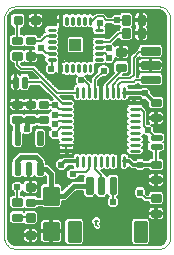
<source format=gtl>
G75*
%MOIN*%
%OFA0B0*%
%FSLAX24Y24*%
%IPPOS*%
%LPD*%
%AMOC8*
5,1,8,0,0,1.08239X$1,22.5*
%
%ADD10C,0.0000*%
%ADD11C,0.0060*%
%ADD12C,0.0099*%
%ADD13C,0.0101*%
%ADD14C,0.0100*%
%ADD15R,0.0394X0.0394*%
%ADD16C,0.0100*%
%ADD17C,0.0098*%
%ADD18C,0.0100*%
%ADD19C,0.0100*%
%ADD20C,0.0240*%
%ADD21C,0.0120*%
%ADD22C,0.0140*%
%ADD23C,0.0160*%
D10*
X002723Y003381D02*
X007466Y003381D01*
X007466Y003380D02*
X007505Y003382D01*
X007543Y003388D01*
X007580Y003397D01*
X007617Y003410D01*
X007652Y003427D01*
X007685Y003446D01*
X007716Y003469D01*
X007745Y003495D01*
X007771Y003524D01*
X007794Y003555D01*
X007813Y003588D01*
X007830Y003623D01*
X007843Y003660D01*
X007852Y003697D01*
X007858Y003735D01*
X007860Y003774D01*
X007860Y011074D01*
X007858Y011113D01*
X007852Y011151D01*
X007843Y011188D01*
X007830Y011225D01*
X007813Y011260D01*
X007794Y011293D01*
X007771Y011324D01*
X007745Y011353D01*
X007716Y011379D01*
X007685Y011402D01*
X007652Y011421D01*
X007617Y011438D01*
X007580Y011451D01*
X007543Y011460D01*
X007505Y011466D01*
X007466Y011468D01*
X007466Y011467D02*
X002723Y011467D01*
X002723Y011468D02*
X002684Y011466D01*
X002646Y011460D01*
X002609Y011451D01*
X002572Y011438D01*
X002537Y011421D01*
X002504Y011402D01*
X002473Y011379D01*
X002444Y011353D01*
X002418Y011324D01*
X002395Y011293D01*
X002376Y011260D01*
X002359Y011225D01*
X002346Y011188D01*
X002337Y011151D01*
X002331Y011113D01*
X002329Y011074D01*
X002329Y003774D01*
X002331Y003735D01*
X002337Y003697D01*
X002346Y003660D01*
X002359Y003623D01*
X002376Y003588D01*
X002395Y003555D01*
X002418Y003524D01*
X002444Y003495D01*
X002473Y003469D01*
X002504Y003446D01*
X002537Y003427D01*
X002572Y003410D01*
X002609Y003397D01*
X002646Y003388D01*
X002684Y003382D01*
X002723Y003380D01*
D11*
X002723Y003511D02*
X002671Y003516D01*
X002576Y003555D01*
X002504Y003628D01*
X002464Y003723D01*
X002459Y003774D01*
X002459Y011074D01*
X002464Y011125D01*
X002504Y011220D01*
X002576Y011293D01*
X002671Y011332D01*
X002723Y011337D01*
X007466Y011337D01*
X007517Y011332D01*
X007612Y011293D01*
X007685Y011220D01*
X007725Y011125D01*
X007730Y011074D01*
X007730Y003774D01*
X007725Y003723D01*
X007685Y003628D01*
X007612Y003555D01*
X007517Y003516D01*
X007466Y003511D01*
X002723Y003511D01*
X002575Y003556D02*
X004383Y003556D01*
X004420Y003520D02*
X004338Y003601D01*
X004338Y004326D01*
X004420Y004408D01*
X004909Y004408D01*
X004991Y004326D01*
X004991Y003601D01*
X004909Y003520D01*
X004420Y003520D01*
X004338Y003615D02*
X004217Y003615D01*
X004229Y003627D02*
X004248Y003658D01*
X004257Y003694D01*
X004257Y003948D01*
X003922Y003948D01*
X003922Y004008D01*
X003862Y004008D01*
X003862Y004383D01*
X003647Y004383D01*
X003612Y004373D01*
X003580Y004355D01*
X003554Y004329D01*
X003536Y004297D01*
X003526Y004261D01*
X003526Y004008D01*
X003862Y004008D01*
X003862Y003948D01*
X003526Y003948D01*
X003526Y003694D01*
X003536Y003658D01*
X003554Y003627D01*
X003580Y003601D01*
X003612Y003582D01*
X003647Y003573D01*
X003862Y003573D01*
X003862Y003948D01*
X003922Y003948D01*
X003922Y003573D01*
X004136Y003573D01*
X004172Y003582D01*
X004203Y003601D01*
X004229Y003627D01*
X004252Y003673D02*
X004338Y003673D01*
X004338Y003732D02*
X004257Y003732D01*
X004257Y003790D02*
X004338Y003790D01*
X004338Y003849D02*
X004257Y003849D01*
X004257Y003907D02*
X004338Y003907D01*
X004338Y003966D02*
X003922Y003966D01*
X003922Y004008D02*
X004257Y004008D01*
X004257Y004261D01*
X004248Y004297D01*
X004229Y004329D01*
X004203Y004355D01*
X004172Y004373D01*
X004136Y004383D01*
X003922Y004383D01*
X003922Y004008D01*
X003922Y004024D02*
X003862Y004024D01*
X003862Y003966D02*
X003450Y003966D01*
X003452Y003961D02*
X003442Y003997D01*
X003424Y004029D01*
X003397Y004055D01*
X003365Y004073D01*
X003330Y004083D01*
X003234Y004083D01*
X003234Y003865D01*
X003452Y003865D01*
X003452Y003961D01*
X003452Y003907D02*
X003526Y003907D01*
X003526Y003849D02*
X003234Y003849D01*
X003234Y003865D02*
X003234Y003805D01*
X003234Y003588D01*
X003330Y003588D01*
X003365Y003597D01*
X003397Y003616D01*
X003424Y003642D01*
X003442Y003674D01*
X003452Y003710D01*
X003452Y003805D01*
X003234Y003805D01*
X003174Y003805D01*
X003174Y003588D01*
X003079Y003588D01*
X003043Y003597D01*
X003011Y003616D01*
X002985Y003642D01*
X002966Y003674D01*
X002957Y003710D01*
X002957Y003805D01*
X003174Y003805D01*
X003174Y003865D01*
X002957Y003865D01*
X002957Y003961D01*
X002966Y003997D01*
X002985Y004029D01*
X003011Y004055D01*
X003043Y004073D01*
X003079Y004083D01*
X003174Y004083D01*
X003174Y003865D01*
X003234Y003865D01*
X003234Y003907D02*
X003174Y003907D01*
X003174Y003849D02*
X002459Y003849D01*
X002459Y003907D02*
X002957Y003907D01*
X002958Y003966D02*
X002459Y003966D01*
X002459Y004024D02*
X002982Y004024D01*
X003078Y004083D02*
X002459Y004083D01*
X002459Y004141D02*
X003526Y004141D01*
X003526Y004083D02*
X003330Y004083D01*
X003234Y004083D02*
X003174Y004083D01*
X003174Y004024D02*
X003234Y004024D01*
X003234Y003966D02*
X003174Y003966D01*
X003174Y003790D02*
X003234Y003790D01*
X003234Y003732D02*
X003174Y003732D01*
X003174Y003673D02*
X003234Y003673D01*
X003234Y003615D02*
X003174Y003615D01*
X003013Y003615D02*
X002517Y003615D01*
X002485Y003673D02*
X002967Y003673D01*
X002957Y003732D02*
X002463Y003732D01*
X002459Y003790D02*
X002957Y003790D01*
X003039Y004178D02*
X002980Y004237D01*
X002952Y004209D01*
X002581Y004209D01*
X002500Y004291D01*
X002500Y004583D01*
X002581Y004665D01*
X002952Y004665D01*
X002991Y004626D01*
X003039Y004673D01*
X003369Y004673D01*
X003452Y004591D01*
X003452Y004261D01*
X003369Y004178D01*
X003039Y004178D01*
X003018Y004200D02*
X002459Y004200D01*
X002459Y004258D02*
X002533Y004258D01*
X002500Y004317D02*
X002459Y004317D01*
X002459Y004375D02*
X002500Y004375D01*
X002500Y004434D02*
X002459Y004434D01*
X002459Y004492D02*
X002500Y004492D01*
X002500Y004551D02*
X002459Y004551D01*
X002459Y004609D02*
X002525Y004609D01*
X002459Y004668D02*
X003033Y004668D01*
X003019Y004709D02*
X003390Y004709D01*
X003447Y004767D01*
X003594Y004767D01*
X003608Y004754D01*
X004175Y004754D01*
X004257Y004836D01*
X004257Y004989D01*
X004400Y004989D01*
X004499Y005088D01*
X004730Y005319D01*
X004968Y005319D01*
X004968Y005176D01*
X005050Y005094D01*
X005302Y005094D01*
X005373Y005165D01*
X005443Y005094D01*
X005696Y005094D01*
X005767Y005165D01*
X005823Y005109D01*
X005744Y005030D01*
X005744Y004856D01*
X005867Y004733D01*
X006041Y004733D01*
X006164Y004856D01*
X006164Y005030D01*
X006095Y005099D01*
X006165Y005169D01*
X006177Y005148D01*
X006203Y005122D01*
X006235Y005104D01*
X006270Y005094D01*
X006328Y005094D01*
X006328Y005460D01*
X006386Y005460D01*
X006386Y005094D01*
X006444Y005094D01*
X006480Y005104D01*
X006511Y005122D01*
X006537Y005148D01*
X006556Y005180D01*
X006565Y005216D01*
X006565Y005460D01*
X006386Y005460D01*
X006386Y005518D01*
X006565Y005518D01*
X006565Y005763D01*
X006556Y005799D01*
X006537Y005831D01*
X006511Y005857D01*
X006480Y005875D01*
X006444Y005885D01*
X006386Y005885D01*
X006386Y005518D01*
X006328Y005518D01*
X006328Y005885D01*
X006270Y005885D01*
X006235Y005875D01*
X006203Y005857D01*
X006177Y005831D01*
X006165Y005810D01*
X006090Y005885D01*
X005837Y005885D01*
X005767Y005814D01*
X005696Y005885D01*
X005682Y005885D01*
X005620Y005948D01*
X005552Y006015D01*
X005606Y006015D01*
X005646Y006055D01*
X005687Y006015D01*
X005802Y006015D01*
X005843Y006055D01*
X005884Y006015D01*
X005999Y006015D01*
X006040Y006055D01*
X006053Y006042D01*
X006085Y006024D01*
X006120Y006015D01*
X006138Y006015D01*
X006138Y006301D01*
X006138Y006301D01*
X006138Y006015D01*
X006157Y006015D01*
X006192Y006024D01*
X006224Y006042D01*
X006237Y006055D01*
X006278Y006015D01*
X006393Y006015D01*
X006475Y006096D01*
X006475Y006117D01*
X006548Y006043D01*
X006713Y006043D01*
X006773Y005983D01*
X006947Y005983D01*
X007007Y006043D01*
X007134Y006043D01*
X007206Y005971D01*
X007577Y005971D01*
X007659Y006053D01*
X007659Y006345D01*
X007577Y006427D01*
X007512Y006427D01*
X007512Y006603D01*
X007600Y006603D01*
X007682Y006685D01*
X007682Y006901D01*
X007640Y006943D01*
X007682Y006985D01*
X007682Y007201D01*
X007600Y007283D01*
X007346Y007283D01*
X007320Y007309D01*
X007320Y007436D01*
X007231Y007526D01*
X007246Y007522D01*
X007362Y007522D01*
X007362Y007720D01*
X007422Y007720D01*
X007422Y007780D01*
X007659Y007780D01*
X007659Y007856D01*
X007649Y007892D01*
X007631Y007924D01*
X007605Y007950D01*
X007573Y007968D01*
X007538Y007978D01*
X007422Y007978D01*
X007422Y007780D01*
X007362Y007780D01*
X007362Y007978D01*
X007246Y007978D01*
X007210Y007968D01*
X007178Y007950D01*
X007152Y007924D01*
X007134Y007892D01*
X007125Y007856D01*
X007125Y007780D01*
X007362Y007780D01*
X007362Y007720D01*
X007125Y007720D01*
X007125Y007643D01*
X007134Y007608D01*
X007152Y007576D01*
X007169Y007559D01*
X007105Y007559D01*
X007105Y007993D01*
X007035Y008063D01*
X006950Y008148D01*
X006967Y008177D01*
X006976Y008212D01*
X006976Y008231D01*
X006976Y008249D01*
X006967Y008284D01*
X006949Y008316D01*
X006923Y008342D01*
X006891Y008360D01*
X006856Y008370D01*
X006690Y008370D01*
X006690Y008231D01*
X006690Y008231D01*
X006976Y008231D01*
X006690Y008231D01*
X006690Y008231D01*
X006690Y008370D01*
X006524Y008370D01*
X006488Y008360D01*
X006457Y008342D01*
X006431Y008316D01*
X006412Y008284D01*
X006403Y008249D01*
X006403Y008231D01*
X006690Y008231D01*
X006682Y008356D01*
X006657Y008256D01*
X006690Y008236D02*
X006690Y008236D01*
X006690Y008231D02*
X006690Y008231D01*
X006403Y008231D01*
X006403Y008212D01*
X006412Y008177D01*
X006431Y008145D01*
X006444Y008132D01*
X006403Y008091D01*
X006403Y007976D01*
X006444Y007935D01*
X006403Y007895D01*
X006403Y007779D01*
X006444Y007738D01*
X006403Y007698D01*
X006403Y007582D01*
X006444Y007542D01*
X006403Y007501D01*
X006403Y007386D01*
X006444Y007345D01*
X006403Y007304D01*
X006403Y007189D01*
X006444Y007148D01*
X006403Y007107D01*
X006403Y006992D01*
X006444Y006951D01*
X006403Y006910D01*
X006403Y006795D01*
X006442Y006756D01*
X006403Y006717D01*
X006403Y006595D01*
X006485Y006513D01*
X006895Y006513D01*
X006976Y006595D01*
X006976Y006717D01*
X006937Y006756D01*
X006976Y006795D01*
X006976Y006910D01*
X006936Y006951D01*
X006976Y006992D01*
X006976Y007107D01*
X006936Y007148D01*
X006975Y007188D01*
X007023Y007139D01*
X007102Y007139D01*
X007102Y006985D01*
X007144Y006943D01*
X007102Y006901D01*
X007102Y006685D01*
X007184Y006603D01*
X007272Y006603D01*
X007272Y006427D01*
X007206Y006427D01*
X007125Y006345D01*
X007125Y006343D01*
X007007Y006343D01*
X006947Y006403D01*
X006773Y006403D01*
X006713Y006343D01*
X006673Y006343D01*
X006564Y006451D01*
X006475Y006451D01*
X006475Y006507D01*
X006393Y006588D01*
X006278Y006588D01*
X006237Y006548D01*
X006224Y006560D01*
X006192Y006579D01*
X006157Y006588D01*
X006138Y006588D01*
X006120Y006588D01*
X006085Y006579D01*
X006053Y006560D01*
X006040Y006548D01*
X005999Y006588D01*
X005884Y006588D01*
X005843Y006548D01*
X005802Y006588D01*
X005687Y006588D01*
X005646Y006548D01*
X005606Y006588D01*
X005490Y006588D01*
X005449Y006548D01*
X005409Y006588D01*
X005293Y006588D01*
X005253Y006548D01*
X005212Y006588D01*
X005097Y006588D01*
X005056Y006548D01*
X005015Y006588D01*
X004900Y006588D01*
X004859Y006548D01*
X004818Y006588D01*
X004703Y006588D01*
X004621Y006507D01*
X004621Y006451D01*
X004282Y006451D01*
X004233Y006403D01*
X004148Y006403D01*
X004025Y006280D01*
X004025Y006106D01*
X004148Y005983D01*
X004322Y005983D01*
X004445Y006106D01*
X004445Y006151D01*
X004621Y006151D01*
X004621Y006096D01*
X004627Y006091D01*
X004523Y006091D01*
X004400Y005968D01*
X004400Y005794D01*
X004523Y005671D01*
X004697Y005671D01*
X004820Y005794D01*
X004820Y005823D01*
X004988Y005823D01*
X004968Y005803D01*
X004968Y005659D01*
X004589Y005659D01*
X004259Y005329D01*
X004257Y005329D01*
X004257Y005482D01*
X004175Y005564D01*
X004062Y005564D01*
X004062Y005951D01*
X003962Y006051D01*
X003786Y006226D01*
X003714Y006226D01*
X003714Y006301D01*
X003686Y006329D01*
X003686Y006390D01*
X003562Y006514D01*
X003462Y006613D01*
X002821Y006613D01*
X002697Y006489D01*
X002598Y006390D01*
X002598Y006329D01*
X002569Y006301D01*
X002569Y005812D01*
X002651Y005730D01*
X002884Y005730D01*
X002959Y005805D01*
X002971Y005784D01*
X002997Y005758D01*
X003029Y005740D01*
X003065Y005730D01*
X003118Y005730D01*
X003118Y006032D01*
X003166Y006032D01*
X003166Y005730D01*
X003219Y005730D01*
X003254Y005740D01*
X003286Y005758D01*
X003312Y005784D01*
X003324Y005805D01*
X003399Y005730D01*
X003632Y005730D01*
X003714Y005812D01*
X003714Y005818D01*
X003722Y005810D01*
X003722Y005564D01*
X003608Y005564D01*
X003526Y005482D01*
X003526Y005107D01*
X003447Y005107D01*
X003390Y005165D01*
X003019Y005165D01*
X002991Y005138D01*
X002952Y005177D01*
X002887Y005177D01*
X002887Y005266D01*
X002942Y005322D01*
X002947Y005307D01*
X002965Y005275D01*
X002991Y005249D01*
X003023Y005231D01*
X003058Y005221D01*
X003174Y005221D01*
X003174Y005419D01*
X003234Y005419D01*
X003234Y005221D01*
X003350Y005221D01*
X003386Y005231D01*
X003417Y005249D01*
X003443Y005275D01*
X003462Y005307D01*
X003471Y005343D01*
X003471Y005419D01*
X003234Y005419D01*
X003234Y005479D01*
X003174Y005479D01*
X003174Y005677D01*
X003058Y005677D01*
X003023Y005667D01*
X002991Y005649D01*
X002965Y005623D01*
X002947Y005591D01*
X002940Y005567D01*
X002854Y005653D01*
X002680Y005653D01*
X002557Y005530D01*
X002557Y005356D01*
X002647Y005266D01*
X002647Y005177D01*
X002581Y005177D01*
X002500Y005095D01*
X002500Y004803D01*
X002581Y004721D01*
X002952Y004721D01*
X002980Y004749D01*
X003019Y004709D01*
X003002Y004726D02*
X002957Y004726D01*
X002767Y004949D02*
X002767Y005443D01*
X002630Y005604D02*
X002459Y005604D01*
X002459Y005662D02*
X003014Y005662D01*
X002954Y005604D02*
X002903Y005604D01*
X002933Y005779D02*
X002976Y005779D01*
X003118Y005779D02*
X003166Y005779D01*
X003166Y005838D02*
X003118Y005838D01*
X003118Y005896D02*
X003166Y005896D01*
X003166Y005955D02*
X003118Y005955D01*
X003118Y006013D02*
X003166Y006013D01*
X003307Y005779D02*
X003350Y005779D01*
X003350Y005677D02*
X003234Y005677D01*
X003234Y005479D01*
X003471Y005479D01*
X003471Y005556D01*
X003462Y005591D01*
X003443Y005623D01*
X003417Y005649D01*
X003386Y005667D01*
X003350Y005677D01*
X003395Y005662D02*
X003722Y005662D01*
X003722Y005604D02*
X003455Y005604D01*
X003471Y005545D02*
X003589Y005545D01*
X003531Y005487D02*
X003471Y005487D01*
X003526Y005428D02*
X003234Y005428D01*
X003234Y005370D02*
X003174Y005370D01*
X003174Y005311D02*
X003234Y005311D01*
X003234Y005253D02*
X003174Y005253D01*
X002987Y005253D02*
X002887Y005253D01*
X002887Y005194D02*
X003526Y005194D01*
X003526Y005136D02*
X003419Y005136D01*
X003421Y005253D02*
X003526Y005253D01*
X003526Y005311D02*
X003463Y005311D01*
X003471Y005370D02*
X003526Y005370D01*
X003722Y005721D02*
X002459Y005721D01*
X002459Y005779D02*
X002602Y005779D01*
X002569Y005838D02*
X002459Y005838D01*
X002459Y005896D02*
X002569Y005896D01*
X002569Y005955D02*
X002459Y005955D01*
X002459Y006013D02*
X002569Y006013D01*
X002569Y006072D02*
X002459Y006072D01*
X002459Y006130D02*
X002569Y006130D01*
X002569Y006189D02*
X002459Y006189D01*
X002459Y006247D02*
X002569Y006247D01*
X002574Y006306D02*
X002459Y006306D01*
X002459Y006364D02*
X002598Y006364D01*
X002631Y006423D02*
X002459Y006423D01*
X002459Y006481D02*
X002689Y006481D01*
X002748Y006540D02*
X002459Y006540D01*
X002459Y006598D02*
X002806Y006598D01*
X002884Y006754D02*
X002651Y006754D01*
X002569Y006836D01*
X002569Y007324D01*
X002597Y007352D01*
X002597Y007459D01*
X002581Y007459D01*
X002500Y007541D01*
X002500Y007833D01*
X002581Y007915D01*
X002952Y007915D01*
X002975Y007892D01*
X003009Y007926D01*
X003150Y007926D01*
X003160Y007915D01*
X003390Y007915D01*
X003423Y007882D01*
X003456Y007915D01*
X003807Y007915D01*
X003807Y007936D01*
X003876Y008006D01*
X003869Y008013D01*
X003827Y007971D01*
X003456Y007971D01*
X003423Y008005D01*
X003417Y007999D01*
X003386Y007981D01*
X003350Y007971D01*
X003234Y007971D01*
X003234Y008169D01*
X003174Y008169D01*
X002937Y008169D01*
X002797Y008169D01*
X002797Y008229D01*
X003174Y008229D01*
X003174Y008169D01*
X003174Y007971D01*
X003058Y007971D01*
X003023Y007981D01*
X002991Y007999D01*
X002985Y008005D01*
X002980Y007999D01*
X002948Y007981D01*
X002913Y007971D01*
X002797Y007971D01*
X002797Y008169D01*
X002737Y008169D01*
X002737Y007971D01*
X002621Y007971D01*
X002585Y007981D01*
X002553Y007999D01*
X002527Y008025D01*
X002509Y008057D01*
X002500Y008093D01*
X002500Y008169D01*
X002737Y008169D01*
X002737Y008229D01*
X002737Y008427D01*
X002621Y008427D01*
X002585Y008417D01*
X002553Y008399D01*
X002527Y008373D01*
X002509Y008341D01*
X002500Y008306D01*
X002500Y008229D01*
X002737Y008229D01*
X002797Y008229D01*
X002797Y008427D01*
X002913Y008427D01*
X002948Y008417D01*
X002980Y008399D01*
X002985Y008394D01*
X002991Y008399D01*
X003023Y008417D01*
X003058Y008427D01*
X003174Y008427D01*
X003174Y008229D01*
X003234Y008229D01*
X003234Y008427D01*
X003350Y008427D01*
X003386Y008417D01*
X003417Y008399D01*
X003423Y008394D01*
X003456Y008427D01*
X003827Y008427D01*
X003906Y008348D01*
X003930Y008372D01*
X003949Y008372D01*
X003498Y008823D01*
X003200Y008823D01*
X003200Y008735D01*
X003118Y008653D01*
X002902Y008653D01*
X002860Y008695D01*
X002846Y008681D01*
X002814Y008663D01*
X002779Y008653D01*
X002730Y008653D01*
X002730Y008923D01*
X002690Y008923D01*
X002520Y008923D01*
X002520Y008775D01*
X002530Y008739D01*
X002548Y008707D01*
X002574Y008681D01*
X002606Y008663D01*
X002642Y008653D01*
X002690Y008653D01*
X002690Y008923D01*
X002690Y008963D01*
X002520Y008963D01*
X002520Y009112D01*
X002530Y009147D01*
X002548Y009179D01*
X002574Y009205D01*
X002606Y009224D01*
X002642Y009233D01*
X002690Y009233D01*
X002690Y008963D01*
X002730Y008963D01*
X002730Y009233D01*
X002779Y009233D01*
X002814Y009224D01*
X002846Y009205D01*
X002860Y009191D01*
X002902Y009233D01*
X003118Y009233D01*
X003200Y009151D01*
X003200Y009063D01*
X003446Y009063D01*
X003248Y009261D01*
X002842Y009261D01*
X002717Y009386D01*
X002647Y009456D01*
X002647Y009584D01*
X002581Y009584D01*
X002500Y009666D01*
X002500Y009958D01*
X002581Y010040D01*
X002952Y010040D01*
X002985Y010007D01*
X002991Y010012D01*
X003023Y010031D01*
X003058Y010040D01*
X003174Y010040D01*
X003174Y009842D01*
X003234Y009842D01*
X003471Y009842D01*
X003471Y009858D01*
X003588Y009858D01*
X003668Y009778D01*
X003679Y009778D01*
X003669Y009768D01*
X003669Y009634D01*
X003751Y009552D01*
X003766Y009552D01*
X003682Y009468D01*
X003682Y009294D01*
X003805Y009171D01*
X003979Y009171D01*
X004068Y009260D01*
X004073Y009244D01*
X004091Y009212D01*
X004117Y009186D01*
X004149Y009168D01*
X004185Y009158D01*
X004212Y009158D01*
X004212Y009406D01*
X004212Y009406D01*
X004212Y009653D01*
X004185Y009653D01*
X004164Y009648D01*
X004164Y009768D01*
X004133Y009799D01*
X004164Y009831D01*
X004164Y009965D01*
X004133Y009996D01*
X004164Y010028D01*
X004164Y010162D01*
X004133Y010193D01*
X004164Y010225D01*
X004417Y010225D01*
X004417Y010167D02*
X004159Y010167D01*
X004164Y010225D02*
X004164Y010359D01*
X004133Y010390D01*
X004164Y010422D01*
X004164Y010555D01*
X004133Y010587D01*
X004164Y010618D01*
X004164Y010739D01*
X004185Y010733D01*
X004212Y010733D01*
X004212Y010981D01*
X004212Y011228D01*
X004185Y011228D01*
X004149Y011219D01*
X004117Y011200D01*
X004091Y011174D01*
X004073Y011142D01*
X004063Y011106D01*
X004063Y010981D01*
X004212Y010981D01*
X004212Y010981D01*
X004212Y011228D01*
X004239Y011228D01*
X004275Y011219D01*
X004307Y011200D01*
X004310Y011197D01*
X004342Y011228D01*
X004476Y011228D01*
X004507Y011197D01*
X004539Y011228D01*
X004673Y011228D01*
X004704Y011197D01*
X004736Y011228D01*
X004870Y011228D01*
X004901Y011197D01*
X004933Y011228D01*
X005066Y011228D01*
X005098Y011197D01*
X005129Y011228D01*
X005263Y011228D01*
X005307Y011184D01*
X005373Y011251D01*
X005660Y011251D01*
X005785Y011126D01*
X005902Y011126D01*
X005992Y011216D01*
X006166Y011216D01*
X006174Y011207D01*
X006240Y011273D01*
X006532Y011273D01*
X006614Y011191D01*
X006614Y010820D01*
X006580Y010787D01*
X006614Y010754D01*
X006614Y010383D01*
X006532Y010301D01*
X006240Y010301D01*
X006158Y010383D01*
X006158Y010415D01*
X005969Y010226D01*
X006037Y010157D01*
X006054Y010167D01*
X006089Y010177D01*
X006205Y010177D01*
X006205Y009979D01*
X006265Y009979D01*
X006265Y010177D01*
X006381Y010177D01*
X006417Y010167D01*
X006449Y010149D01*
X006475Y010123D01*
X006493Y010091D01*
X006503Y010056D01*
X006503Y009979D01*
X006265Y009979D01*
X006265Y009919D01*
X006265Y009721D01*
X006381Y009721D01*
X006417Y009731D01*
X006449Y009749D01*
X006475Y009775D01*
X006493Y009807D01*
X006503Y009843D01*
X006503Y009919D01*
X006265Y009919D01*
X006205Y009919D01*
X006205Y009721D01*
X006089Y009721D01*
X006054Y009731D01*
X006039Y009739D01*
X006039Y009669D01*
X005916Y009546D01*
X005742Y009546D01*
X005696Y009591D01*
X005657Y009552D01*
X005345Y009552D01*
X005345Y009240D01*
X005263Y009158D01*
X005129Y009158D01*
X005098Y009190D01*
X005066Y009158D01*
X005036Y009158D01*
X005102Y009093D01*
X005102Y009059D01*
X005105Y009055D01*
X005231Y008930D01*
X005231Y009077D01*
X005432Y009278D01*
X005432Y009405D01*
X005555Y009528D01*
X005729Y009528D01*
X005852Y009405D01*
X005852Y009231D01*
X005729Y009108D01*
X005601Y009108D01*
X005471Y008978D01*
X005471Y008849D01*
X005494Y008862D01*
X005530Y008872D01*
X005548Y008872D01*
X005548Y008585D01*
X005548Y008585D01*
X005548Y008872D01*
X005566Y008872D01*
X005602Y008862D01*
X005625Y008849D01*
X005625Y008877D01*
X006004Y009256D01*
X005968Y009291D01*
X005968Y009583D01*
X006050Y009665D01*
X006421Y009665D01*
X006503Y009583D01*
X006503Y009291D01*
X006421Y009209D01*
X006296Y009209D01*
X006285Y009198D01*
X006275Y009188D01*
X006467Y009188D01*
X006522Y009243D01*
X006522Y009805D01*
X006709Y009993D01*
X006779Y010063D01*
X006780Y010063D01*
X006780Y010124D01*
X006861Y010206D01*
X007547Y010206D01*
X007629Y010124D01*
X007629Y009832D01*
X007547Y009750D01*
X006861Y009750D01*
X006834Y009778D01*
X006762Y009706D01*
X006762Y009143D01*
X006744Y009126D01*
X006780Y009126D01*
X006780Y009179D01*
X006861Y009261D01*
X007547Y009261D01*
X007629Y009179D01*
X007629Y008887D01*
X007547Y008805D01*
X006861Y008805D01*
X006781Y008886D01*
X006754Y008886D01*
X006691Y008823D01*
X006442Y008823D01*
X006475Y008790D01*
X006475Y008735D01*
X006886Y008735D01*
X006930Y008778D01*
X007104Y008778D01*
X007227Y008655D01*
X007227Y008570D01*
X007308Y008489D01*
X007577Y008489D01*
X007659Y008408D01*
X007659Y008116D01*
X007577Y008034D01*
X007206Y008034D01*
X007125Y008116D01*
X007125Y008248D01*
X007015Y008358D01*
X006930Y008358D01*
X006853Y008435D01*
X006475Y008435D01*
X006475Y008380D01*
X006393Y008298D01*
X006278Y008298D01*
X006237Y008339D01*
X006196Y008298D01*
X006081Y008298D01*
X006040Y008339D01*
X005999Y008298D01*
X005884Y008298D01*
X005843Y008339D01*
X005802Y008298D01*
X005687Y008298D01*
X005646Y008339D01*
X005633Y008326D01*
X005602Y008308D01*
X005566Y008298D01*
X005548Y008298D01*
X005548Y008585D01*
X005548Y008585D01*
X005548Y008298D01*
X005530Y008298D01*
X005494Y008308D01*
X005462Y008326D01*
X005449Y008339D01*
X005409Y008298D01*
X005293Y008298D01*
X005253Y008339D01*
X005212Y008298D01*
X005097Y008298D01*
X005056Y008339D01*
X005015Y008298D01*
X004900Y008298D01*
X004859Y008339D01*
X004818Y008298D01*
X004703Y008298D01*
X004621Y008380D01*
X004621Y008465D01*
X004196Y008465D01*
X004291Y008370D01*
X004611Y008370D01*
X004693Y008288D01*
X004693Y008173D01*
X004652Y008132D01*
X004693Y008091D01*
X004693Y007976D01*
X004652Y007935D01*
X004693Y007895D01*
X004693Y007779D01*
X004652Y007738D01*
X004693Y007698D01*
X004693Y007582D01*
X004652Y007542D01*
X004693Y007501D01*
X004693Y007386D01*
X004652Y007345D01*
X004693Y007304D01*
X004693Y007189D01*
X004652Y007148D01*
X004693Y007107D01*
X004693Y006992D01*
X004652Y006951D01*
X004665Y006938D01*
X004684Y006906D01*
X004693Y006871D01*
X004693Y006853D01*
X004406Y006853D01*
X004406Y006853D01*
X004119Y006853D01*
X004119Y006871D01*
X004129Y006906D01*
X004147Y006938D01*
X004160Y006951D01*
X004119Y006992D01*
X004119Y007030D01*
X004104Y007014D01*
X003930Y007014D01*
X003807Y007137D01*
X003807Y007311D01*
X003876Y007381D01*
X003807Y007450D01*
X003807Y007459D01*
X003456Y007459D01*
X003423Y007493D01*
X003390Y007459D01*
X003289Y007459D01*
X003289Y007294D01*
X003166Y007171D01*
X002992Y007171D01*
X002966Y007197D01*
X002966Y006836D01*
X002884Y006754D01*
X002904Y006774D02*
X003379Y006774D01*
X003399Y006754D02*
X003317Y006836D01*
X003317Y007324D01*
X003399Y007406D01*
X003632Y007406D01*
X003714Y007324D01*
X003714Y006836D01*
X003632Y006754D01*
X003399Y006754D01*
X003321Y006832D02*
X002962Y006832D01*
X002966Y006891D02*
X003317Y006891D01*
X003317Y006949D02*
X002966Y006949D01*
X002966Y007008D02*
X003317Y007008D01*
X003317Y007066D02*
X002966Y007066D01*
X002966Y007125D02*
X003317Y007125D01*
X003317Y007183D02*
X003179Y007183D01*
X003237Y007242D02*
X003317Y007242D01*
X003317Y007300D02*
X003289Y007300D01*
X003289Y007359D02*
X003352Y007359D01*
X003289Y007417D02*
X003839Y007417D01*
X003854Y007359D02*
X003680Y007359D01*
X003714Y007300D02*
X003807Y007300D01*
X003807Y007242D02*
X003714Y007242D01*
X003714Y007183D02*
X003807Y007183D01*
X003819Y007125D02*
X003714Y007125D01*
X003714Y007066D02*
X003878Y007066D01*
X003714Y007008D02*
X004119Y007008D01*
X004158Y006949D02*
X003714Y006949D01*
X003714Y006891D02*
X004125Y006891D01*
X004119Y006853D02*
X004119Y006834D01*
X004129Y006799D01*
X004147Y006767D01*
X004160Y006754D01*
X004147Y006741D01*
X004129Y006710D01*
X004119Y006674D01*
X004119Y006656D01*
X004406Y006656D01*
X004406Y006795D01*
X004406Y006853D01*
X004406Y006853D01*
X004119Y006853D01*
X004120Y006832D02*
X003710Y006832D01*
X003652Y006774D02*
X004143Y006774D01*
X004132Y006715D02*
X002459Y006715D01*
X002459Y006657D02*
X004119Y006657D01*
X004119Y006656D02*
X004119Y006637D01*
X004129Y006602D01*
X004147Y006570D01*
X004173Y006544D01*
X004205Y006526D01*
X004240Y006517D01*
X004406Y006517D01*
X004406Y006656D01*
X004406Y006656D01*
X004406Y006656D01*
X004406Y006853D01*
X004406Y006853D01*
X004693Y006853D01*
X004693Y006834D01*
X004684Y006799D01*
X004665Y006767D01*
X004652Y006754D01*
X004665Y006741D01*
X004684Y006710D01*
X004693Y006674D01*
X004693Y006656D01*
X004406Y006656D01*
X004119Y006656D01*
X004131Y006598D02*
X003477Y006598D01*
X003536Y006540D02*
X004181Y006540D01*
X004253Y006423D02*
X003653Y006423D01*
X003686Y006364D02*
X004109Y006364D01*
X004051Y006306D02*
X003709Y006306D01*
X003714Y006247D02*
X004025Y006247D01*
X004025Y006189D02*
X003824Y006189D01*
X003883Y006130D02*
X004025Y006130D01*
X004060Y006072D02*
X003941Y006072D01*
X004000Y006013D02*
X004118Y006013D01*
X004058Y005955D02*
X004400Y005955D01*
X004400Y005896D02*
X004062Y005896D01*
X004062Y005838D02*
X004400Y005838D01*
X004415Y005779D02*
X004062Y005779D01*
X004062Y005721D02*
X004473Y005721D01*
X004534Y005604D02*
X004062Y005604D01*
X004062Y005662D02*
X004968Y005662D01*
X004968Y005721D02*
X004747Y005721D01*
X004806Y005779D02*
X004968Y005779D01*
X005048Y005943D02*
X004673Y005943D01*
X004610Y005881D01*
X004504Y006072D02*
X004411Y006072D01*
X004445Y006130D02*
X004621Y006130D01*
X004446Y006013D02*
X004352Y006013D01*
X004475Y005545D02*
X004194Y005545D01*
X004252Y005487D02*
X004417Y005487D01*
X004358Y005428D02*
X004257Y005428D01*
X004257Y005370D02*
X004300Y005370D01*
X004547Y005136D02*
X005008Y005136D01*
X004968Y005194D02*
X004605Y005194D01*
X004664Y005253D02*
X004968Y005253D01*
X004968Y005311D02*
X004722Y005311D01*
X004488Y005077D02*
X005791Y005077D01*
X005796Y005136D02*
X005738Y005136D01*
X005744Y005019D02*
X004430Y005019D01*
X004257Y004960D02*
X005744Y004960D01*
X005744Y004902D02*
X004257Y004902D01*
X004257Y004843D02*
X005757Y004843D01*
X005816Y004785D02*
X004206Y004785D01*
X004164Y004375D02*
X004387Y004375D01*
X004338Y004317D02*
X004236Y004317D01*
X004257Y004258D02*
X004338Y004258D01*
X004338Y004200D02*
X004257Y004200D01*
X004257Y004141D02*
X004338Y004141D01*
X004338Y004083D02*
X004257Y004083D01*
X004257Y004024D02*
X004338Y004024D01*
X003922Y004083D02*
X003862Y004083D01*
X003862Y004141D02*
X003922Y004141D01*
X003922Y004200D02*
X003862Y004200D01*
X003862Y004258D02*
X003922Y004258D01*
X003922Y004317D02*
X003862Y004317D01*
X003862Y004375D02*
X003922Y004375D01*
X003620Y004375D02*
X003452Y004375D01*
X003452Y004317D02*
X003547Y004317D01*
X003526Y004258D02*
X003449Y004258D01*
X003391Y004200D02*
X003526Y004200D01*
X003526Y004024D02*
X003426Y004024D01*
X003452Y003790D02*
X003526Y003790D01*
X003526Y003732D02*
X003452Y003732D01*
X003442Y003673D02*
X003532Y003673D01*
X003566Y003615D02*
X003395Y003615D01*
X003862Y003615D02*
X003922Y003615D01*
X003922Y003673D02*
X003862Y003673D01*
X003862Y003732D02*
X003922Y003732D01*
X003922Y003790D02*
X003862Y003790D01*
X003862Y003849D02*
X003922Y003849D01*
X003922Y003907D02*
X003862Y003907D01*
X003452Y004434D02*
X005320Y004434D01*
X005353Y004466D02*
X005283Y004396D01*
X005239Y004353D01*
X005239Y004253D01*
X005283Y004210D01*
X005283Y004123D01*
X005396Y004009D01*
X005496Y004009D01*
X005566Y004080D01*
X005566Y004179D01*
X005529Y004216D01*
X005566Y004253D01*
X005566Y004353D01*
X005523Y004396D01*
X005523Y004396D01*
X005452Y004466D01*
X005353Y004466D01*
X005283Y004396D02*
X005283Y004396D01*
X005262Y004375D02*
X004942Y004375D01*
X004991Y004317D02*
X005239Y004317D01*
X005239Y004258D02*
X004991Y004258D01*
X004991Y004200D02*
X005283Y004200D01*
X005283Y004141D02*
X004991Y004141D01*
X004991Y004083D02*
X005323Y004083D01*
X005381Y004024D02*
X004991Y004024D01*
X004991Y003966D02*
X006543Y003966D01*
X006543Y004024D02*
X005510Y004024D01*
X005566Y004083D02*
X006543Y004083D01*
X006543Y004141D02*
X005566Y004141D01*
X005545Y004200D02*
X006543Y004200D01*
X006543Y004258D02*
X005566Y004258D01*
X005566Y004317D02*
X006543Y004317D01*
X006543Y004326D02*
X006543Y003601D01*
X006625Y003520D01*
X007113Y003520D01*
X007195Y003601D01*
X007195Y004326D01*
X007113Y004408D01*
X006625Y004408D01*
X006543Y004326D01*
X006592Y004375D02*
X005543Y004375D01*
X005485Y004434D02*
X007130Y004434D01*
X007134Y004420D02*
X007152Y004388D01*
X007178Y004362D01*
X007210Y004344D01*
X007246Y004334D01*
X007362Y004334D01*
X007362Y004532D01*
X007422Y004532D01*
X007422Y004592D01*
X007659Y004592D01*
X007659Y004669D01*
X007649Y004704D01*
X007631Y004736D01*
X007605Y004762D01*
X007573Y004781D01*
X007538Y004790D01*
X007422Y004790D01*
X007422Y004592D01*
X007362Y004592D01*
X007362Y004790D01*
X007246Y004790D01*
X007210Y004781D01*
X007178Y004762D01*
X007152Y004736D01*
X007134Y004704D01*
X007125Y004669D01*
X007125Y004592D01*
X007362Y004592D01*
X007362Y004532D01*
X007125Y004532D01*
X007125Y004456D01*
X007134Y004420D01*
X007146Y004375D02*
X007166Y004375D01*
X007195Y004317D02*
X007730Y004317D01*
X007730Y004375D02*
X007618Y004375D01*
X007605Y004362D02*
X007631Y004388D01*
X007649Y004420D01*
X007659Y004456D01*
X007659Y004532D01*
X007422Y004532D01*
X007422Y004334D01*
X007538Y004334D01*
X007573Y004344D01*
X007605Y004362D01*
X007653Y004434D02*
X007730Y004434D01*
X007730Y004492D02*
X007659Y004492D01*
X007730Y004551D02*
X007422Y004551D01*
X007422Y004609D02*
X007362Y004609D01*
X007362Y004551D02*
X003452Y004551D01*
X003452Y004492D02*
X007125Y004492D01*
X007125Y004609D02*
X003434Y004609D01*
X003375Y004668D02*
X007125Y004668D01*
X007147Y004726D02*
X003406Y004726D01*
X003670Y004937D02*
X003892Y005159D01*
X003722Y005779D02*
X003681Y005779D01*
X003234Y005662D02*
X003174Y005662D01*
X003174Y005604D02*
X003234Y005604D01*
X003234Y005545D02*
X003174Y005545D01*
X003174Y005487D02*
X003234Y005487D01*
X002945Y005311D02*
X002932Y005311D01*
X002647Y005253D02*
X002459Y005253D01*
X002459Y005311D02*
X002602Y005311D01*
X002557Y005370D02*
X002459Y005370D01*
X002459Y005428D02*
X002557Y005428D01*
X002557Y005487D02*
X002459Y005487D01*
X002459Y005545D02*
X002572Y005545D01*
X002647Y005194D02*
X002459Y005194D01*
X002459Y005136D02*
X002540Y005136D01*
X002500Y005077D02*
X002459Y005077D01*
X002459Y005019D02*
X002500Y005019D01*
X002500Y004960D02*
X002459Y004960D01*
X002459Y004902D02*
X002500Y004902D01*
X002500Y004843D02*
X002459Y004843D01*
X002459Y004785D02*
X002518Y004785D01*
X002576Y004726D02*
X002459Y004726D01*
X002767Y004437D02*
X003193Y004437D01*
X003204Y004426D01*
X004991Y003907D02*
X006543Y003907D01*
X006543Y003849D02*
X004991Y003849D01*
X004991Y003790D02*
X006543Y003790D01*
X006543Y003732D02*
X004991Y003732D01*
X004991Y003673D02*
X006543Y003673D01*
X006543Y003615D02*
X004991Y003615D01*
X004945Y003556D02*
X006588Y003556D01*
X007150Y003556D02*
X007614Y003556D01*
X007672Y003615D02*
X007195Y003615D01*
X007195Y003673D02*
X007704Y003673D01*
X007725Y003732D02*
X007195Y003732D01*
X007195Y003790D02*
X007730Y003790D01*
X007730Y003849D02*
X007195Y003849D01*
X007195Y003907D02*
X007730Y003907D01*
X007730Y003966D02*
X007195Y003966D01*
X007195Y004024D02*
X007730Y004024D01*
X007730Y004083D02*
X007195Y004083D01*
X007195Y004141D02*
X007730Y004141D01*
X007730Y004200D02*
X007195Y004200D01*
X007195Y004258D02*
X007730Y004258D01*
X007730Y004609D02*
X007659Y004609D01*
X007659Y004668D02*
X007730Y004668D01*
X007730Y004726D02*
X007637Y004726D01*
X007558Y004785D02*
X007730Y004785D01*
X007730Y004843D02*
X006151Y004843D01*
X006164Y004902D02*
X007151Y004902D01*
X007125Y004928D02*
X007206Y004846D01*
X007577Y004846D01*
X007659Y004928D01*
X007659Y005220D01*
X007577Y005302D01*
X007206Y005302D01*
X007125Y005220D01*
X007125Y005194D01*
X007092Y005194D01*
X007070Y005215D01*
X007070Y005343D01*
X006947Y005466D01*
X006773Y005466D01*
X006650Y005343D01*
X006650Y005169D01*
X006773Y005046D01*
X006901Y005046D01*
X006922Y005024D01*
X006992Y004954D01*
X007125Y004954D01*
X007125Y004928D01*
X007042Y005074D02*
X007392Y005074D01*
X007386Y005131D01*
X007157Y005253D02*
X007070Y005253D01*
X007070Y005311D02*
X007730Y005311D01*
X007730Y005253D02*
X007626Y005253D01*
X007659Y005194D02*
X007730Y005194D01*
X007730Y005136D02*
X007659Y005136D01*
X007659Y005077D02*
X007730Y005077D01*
X007730Y005019D02*
X007659Y005019D01*
X007659Y004960D02*
X007730Y004960D01*
X007730Y004902D02*
X007632Y004902D01*
X007422Y004785D02*
X007362Y004785D01*
X007362Y004726D02*
X007422Y004726D01*
X007422Y004668D02*
X007362Y004668D01*
X007362Y004492D02*
X007422Y004492D01*
X007422Y004434D02*
X007362Y004434D01*
X007362Y004375D02*
X007422Y004375D01*
X007226Y004785D02*
X006093Y004785D01*
X006164Y004960D02*
X006986Y004960D01*
X006928Y005019D02*
X006164Y005019D01*
X006173Y005019D02*
X006610Y005019D01*
X006610Y005006D02*
X006173Y005006D01*
X006173Y005881D01*
X006610Y005881D01*
X006610Y005006D01*
X006610Y005077D02*
X006173Y005077D01*
X006117Y005077D02*
X006742Y005077D01*
X006683Y005136D02*
X006525Y005136D01*
X006560Y005194D02*
X006650Y005194D01*
X006610Y005194D02*
X006173Y005194D01*
X006173Y005136D02*
X006610Y005136D01*
X006610Y005253D02*
X006173Y005253D01*
X006173Y005311D02*
X006610Y005311D01*
X006650Y005311D02*
X006565Y005311D01*
X006565Y005253D02*
X006650Y005253D01*
X006677Y005370D02*
X006565Y005370D01*
X006610Y005370D02*
X006173Y005370D01*
X006173Y005428D02*
X006610Y005428D01*
X006565Y005428D02*
X006736Y005428D01*
X006610Y005487D02*
X006173Y005487D01*
X006173Y005545D02*
X006610Y005545D01*
X006565Y005545D02*
X007134Y005545D01*
X007152Y005513D01*
X007178Y005487D01*
X007210Y005469D01*
X007246Y005459D01*
X007362Y005459D01*
X007362Y005657D01*
X007422Y005657D01*
X007422Y005717D01*
X007659Y005717D01*
X007659Y005794D01*
X007649Y005829D01*
X007631Y005861D01*
X007605Y005887D01*
X007573Y005906D01*
X007538Y005915D01*
X007422Y005915D01*
X007422Y005717D01*
X007362Y005717D01*
X007362Y005915D01*
X007246Y005915D01*
X007210Y005906D01*
X007178Y005887D01*
X007152Y005861D01*
X007134Y005829D01*
X007125Y005794D01*
X007125Y005717D01*
X007362Y005717D01*
X007362Y005657D01*
X007125Y005657D01*
X007125Y005581D01*
X007134Y005545D01*
X007125Y005604D02*
X006565Y005604D01*
X006610Y005604D02*
X006173Y005604D01*
X006173Y005662D02*
X006610Y005662D01*
X006565Y005662D02*
X007362Y005662D01*
X007362Y005604D02*
X007422Y005604D01*
X007422Y005657D02*
X007422Y005459D01*
X007538Y005459D01*
X007573Y005469D01*
X007605Y005487D01*
X007631Y005513D01*
X007649Y005545D01*
X007730Y005545D01*
X007730Y005487D02*
X007604Y005487D01*
X007649Y005545D02*
X007659Y005581D01*
X007659Y005657D01*
X007422Y005657D01*
X007422Y005662D02*
X007730Y005662D01*
X007730Y005604D02*
X007659Y005604D01*
X007659Y005721D02*
X007730Y005721D01*
X007730Y005779D02*
X007659Y005779D01*
X007645Y005838D02*
X007730Y005838D01*
X007730Y005896D02*
X007589Y005896D01*
X007619Y006013D02*
X007730Y006013D01*
X007730Y005955D02*
X005612Y005955D01*
X005554Y006013D02*
X006743Y006013D01*
X006610Y005838D02*
X006173Y005838D01*
X006184Y005838D02*
X006137Y005838D01*
X006173Y005779D02*
X006610Y005779D01*
X006561Y005779D02*
X007125Y005779D01*
X007125Y005721D02*
X006565Y005721D01*
X006610Y005721D02*
X006173Y005721D01*
X006328Y005721D02*
X006386Y005721D01*
X006386Y005779D02*
X006328Y005779D01*
X006328Y005838D02*
X006386Y005838D01*
X006386Y005662D02*
X006328Y005662D01*
X006328Y005604D02*
X006386Y005604D01*
X006386Y005545D02*
X006328Y005545D01*
X006386Y005487D02*
X007180Y005487D01*
X007043Y005370D02*
X007730Y005370D01*
X007730Y005428D02*
X006985Y005428D01*
X006860Y005256D02*
X007042Y005074D01*
X007092Y005194D02*
X007125Y005194D01*
X007362Y005487D02*
X007422Y005487D01*
X007422Y005545D02*
X007362Y005545D01*
X007362Y005721D02*
X007422Y005721D01*
X007422Y005779D02*
X007362Y005779D01*
X007362Y005838D02*
X007422Y005838D01*
X007422Y005896D02*
X007362Y005896D01*
X007194Y005896D02*
X005671Y005896D01*
X005743Y005838D02*
X005790Y005838D01*
X005570Y005828D02*
X005570Y005489D01*
X005570Y005828D02*
X005351Y006046D01*
X005351Y006301D01*
X005154Y006301D02*
X005154Y006049D01*
X005048Y005943D01*
X004621Y006481D02*
X003594Y006481D01*
X004017Y007224D02*
X004235Y007443D01*
X004406Y007443D01*
X004406Y007640D02*
X004120Y007640D01*
X004017Y007537D01*
X004035Y007837D02*
X004406Y007837D01*
X004406Y008034D02*
X004145Y008034D01*
X004017Y008162D01*
X003667Y008162D01*
X003642Y008199D01*
X003842Y008412D02*
X003910Y008412D01*
X003901Y008353D02*
X003911Y008353D01*
X003851Y008470D02*
X002459Y008470D01*
X002459Y008412D02*
X002575Y008412D01*
X002516Y008353D02*
X002459Y008353D01*
X002459Y008295D02*
X002500Y008295D01*
X002500Y008236D02*
X002459Y008236D01*
X002459Y008178D02*
X002737Y008178D01*
X002737Y008236D02*
X002797Y008236D01*
X002797Y008178D02*
X003174Y008178D01*
X003174Y008236D02*
X003234Y008236D01*
X003234Y008295D02*
X003174Y008295D01*
X003174Y008353D02*
X003234Y008353D01*
X003234Y008412D02*
X003174Y008412D01*
X003013Y008412D02*
X002958Y008412D01*
X002797Y008412D02*
X002737Y008412D01*
X002737Y008353D02*
X002797Y008353D01*
X002797Y008295D02*
X002737Y008295D01*
X002737Y008119D02*
X002797Y008119D01*
X002797Y008061D02*
X002737Y008061D01*
X002737Y008002D02*
X002797Y008002D01*
X002983Y008002D02*
X002988Y008002D01*
X003174Y008002D02*
X003234Y008002D01*
X003234Y008061D02*
X003174Y008061D01*
X003174Y008119D02*
X003234Y008119D01*
X003420Y008002D02*
X003425Y008002D01*
X003419Y007885D02*
X003426Y007885D01*
X003642Y007687D02*
X003079Y007756D01*
X003406Y007476D02*
X003440Y007476D01*
X003814Y007944D02*
X002459Y007944D01*
X002459Y008002D02*
X002550Y008002D01*
X002508Y008061D02*
X002459Y008061D01*
X002459Y008119D02*
X002500Y008119D01*
X002459Y007885D02*
X002551Y007885D01*
X002500Y007827D02*
X002459Y007827D01*
X002459Y007768D02*
X002500Y007768D01*
X002500Y007710D02*
X002459Y007710D01*
X002459Y007651D02*
X002500Y007651D01*
X002500Y007593D02*
X002459Y007593D01*
X002459Y007534D02*
X002507Y007534D01*
X002459Y007476D02*
X002565Y007476D01*
X002597Y007417D02*
X002459Y007417D01*
X002459Y007359D02*
X002597Y007359D01*
X002569Y007300D02*
X002459Y007300D01*
X002459Y007242D02*
X002569Y007242D01*
X002569Y007183D02*
X002459Y007183D01*
X002459Y007125D02*
X002569Y007125D01*
X002569Y007066D02*
X002459Y007066D01*
X002459Y007008D02*
X002569Y007008D01*
X002569Y006949D02*
X002459Y006949D01*
X002459Y006891D02*
X002569Y006891D01*
X002573Y006832D02*
X002459Y006832D01*
X002459Y006774D02*
X002631Y006774D01*
X002768Y007080D02*
X002767Y007144D01*
X002966Y007183D02*
X002980Y007183D01*
X003858Y008002D02*
X003872Y008002D01*
X004017Y007849D02*
X004035Y007837D01*
X004261Y008231D02*
X003548Y008943D01*
X003010Y008943D01*
X003200Y008821D02*
X003500Y008821D01*
X003559Y008763D02*
X003200Y008763D01*
X003169Y008704D02*
X003617Y008704D01*
X003676Y008646D02*
X002459Y008646D01*
X002459Y008704D02*
X002551Y008704D01*
X002524Y008763D02*
X002459Y008763D01*
X002459Y008821D02*
X002520Y008821D01*
X002520Y008880D02*
X002459Y008880D01*
X002459Y008938D02*
X002690Y008938D01*
X002690Y008880D02*
X002730Y008880D01*
X002730Y008821D02*
X002690Y008821D01*
X002690Y008763D02*
X002730Y008763D01*
X002730Y008704D02*
X002690Y008704D01*
X002459Y008587D02*
X003734Y008587D01*
X003793Y008529D02*
X002459Y008529D01*
X002459Y008997D02*
X002520Y008997D01*
X002520Y009055D02*
X002459Y009055D01*
X002459Y009114D02*
X002521Y009114D01*
X002544Y009172D02*
X002459Y009172D01*
X002459Y009231D02*
X002633Y009231D01*
X002690Y009231D02*
X002730Y009231D01*
X002788Y009231D02*
X002900Y009231D01*
X002813Y009289D02*
X002459Y009289D01*
X002459Y009348D02*
X002755Y009348D01*
X002696Y009406D02*
X002459Y009406D01*
X002459Y009465D02*
X002647Y009465D01*
X002647Y009523D02*
X002459Y009523D01*
X002459Y009582D02*
X002647Y009582D01*
X002526Y009640D02*
X002459Y009640D01*
X002459Y009699D02*
X002500Y009699D01*
X002500Y009757D02*
X002459Y009757D01*
X002459Y009816D02*
X002500Y009816D01*
X002500Y009874D02*
X002459Y009874D01*
X002459Y009933D02*
X002500Y009933D01*
X002532Y009991D02*
X002459Y009991D01*
X002459Y010050D02*
X003338Y010050D01*
X003338Y010040D02*
X003234Y010040D01*
X003234Y009842D01*
X003234Y009782D01*
X003234Y009584D01*
X003350Y009584D01*
X003386Y009594D01*
X003417Y009612D01*
X003443Y009638D01*
X003462Y009670D01*
X003471Y009706D01*
X003471Y009782D01*
X003234Y009782D01*
X003174Y009782D01*
X003174Y009584D01*
X003058Y009584D01*
X003023Y009594D01*
X002991Y009612D01*
X002985Y009618D01*
X002952Y009584D01*
X002887Y009584D01*
X002887Y009555D01*
X002941Y009501D01*
X003348Y009501D01*
X003418Y009430D01*
X003418Y009430D01*
X004143Y008705D01*
X004621Y008705D01*
X004621Y008790D01*
X004703Y008872D01*
X004729Y008872D01*
X004682Y008919D01*
X004682Y009093D01*
X004747Y009158D01*
X004736Y009158D01*
X004704Y009190D01*
X004673Y009158D01*
X004539Y009158D01*
X004507Y009190D01*
X004476Y009158D01*
X004342Y009158D01*
X004310Y009190D01*
X004307Y009186D01*
X004275Y009168D01*
X004239Y009158D01*
X004212Y009158D01*
X004212Y009406D01*
X004212Y009406D01*
X004212Y009653D01*
X004239Y009653D01*
X004275Y009644D01*
X004307Y009625D01*
X004310Y009622D01*
X004342Y009653D01*
X004476Y009653D01*
X004507Y009622D01*
X004539Y009653D01*
X004673Y009653D01*
X004704Y009622D01*
X004736Y009653D01*
X004870Y009653D01*
X004901Y009622D01*
X004933Y009653D01*
X005066Y009653D01*
X005098Y009622D01*
X005129Y009653D01*
X005244Y009653D01*
X005244Y009768D01*
X005276Y009799D01*
X005244Y009831D01*
X005244Y009965D01*
X005276Y009996D01*
X005244Y010028D01*
X005244Y010162D01*
X005276Y010193D01*
X005244Y010225D01*
X004991Y010225D01*
X004991Y010167D02*
X005249Y010167D01*
X005244Y010225D02*
X005244Y010359D01*
X005276Y010390D01*
X005272Y010394D01*
X005254Y010425D01*
X005244Y010461D01*
X005244Y010488D01*
X005492Y010488D01*
X005492Y010488D01*
X005739Y010488D01*
X005739Y010461D01*
X005729Y010425D01*
X005721Y010412D01*
X005815Y010412D01*
X006022Y010618D01*
X006092Y010688D01*
X006158Y010688D01*
X006158Y010754D01*
X006191Y010787D01*
X006174Y010804D01*
X006166Y010796D01*
X005992Y010796D01*
X005902Y010886D01*
X005727Y010886D01*
X005727Y010825D01*
X005696Y010795D01*
X005739Y010752D01*
X005739Y010618D01*
X005708Y010587D01*
X005711Y010583D01*
X005729Y010551D01*
X005739Y010516D01*
X005739Y010488D01*
X005492Y010488D01*
X005237Y010488D01*
X005329Y010490D01*
X005244Y010488D02*
X005492Y010488D01*
X005492Y010488D01*
X005492Y010685D02*
X005492Y010887D01*
X005517Y010912D01*
X005727Y010869D02*
X005919Y010869D01*
X005978Y010810D02*
X005712Y010810D01*
X005739Y010752D02*
X006158Y010752D01*
X006158Y010693D02*
X005739Y010693D01*
X005739Y010635D02*
X006038Y010635D01*
X005980Y010576D02*
X005715Y010576D01*
X005739Y010518D02*
X005921Y010518D01*
X005863Y010459D02*
X005739Y010459D01*
X005865Y010292D02*
X006142Y010568D01*
X006386Y010568D01*
X006199Y010342D02*
X006085Y010342D01*
X006027Y010284D02*
X007730Y010284D01*
X007730Y010342D02*
X007085Y010342D01*
X007097Y010355D02*
X007116Y010387D01*
X007125Y010422D01*
X007125Y010538D01*
X006928Y010538D01*
X006928Y010598D01*
X007125Y010598D01*
X007125Y010714D01*
X007116Y010750D01*
X007097Y010781D01*
X007092Y010787D01*
X007097Y010792D01*
X007116Y010824D01*
X007125Y010860D01*
X007125Y010976D01*
X006928Y010976D01*
X006928Y011036D01*
X007125Y011036D01*
X007125Y011152D01*
X007116Y011187D01*
X007097Y011219D01*
X007071Y011245D01*
X007040Y011263D01*
X007004Y011273D01*
X006928Y011273D01*
X006928Y011036D01*
X006868Y011036D01*
X006868Y011273D01*
X006791Y011273D01*
X006755Y011263D01*
X006724Y011245D01*
X006698Y011219D01*
X006679Y011187D01*
X006670Y011152D01*
X006670Y011036D01*
X006868Y011036D01*
X006868Y010976D01*
X006928Y010976D01*
X006928Y010739D01*
X006928Y010598D01*
X006868Y010598D01*
X006868Y010976D01*
X006670Y010976D01*
X006670Y010860D01*
X006679Y010824D01*
X006698Y010792D01*
X006703Y010787D01*
X006698Y010781D01*
X006679Y010750D01*
X006670Y010714D01*
X006670Y010598D01*
X006868Y010598D01*
X006868Y010538D01*
X006928Y010538D01*
X006928Y010301D01*
X007004Y010301D01*
X007040Y010311D01*
X007071Y010329D01*
X007097Y010355D01*
X007120Y010401D02*
X007730Y010401D01*
X007730Y010459D02*
X007125Y010459D01*
X007125Y010518D02*
X007730Y010518D01*
X007730Y010576D02*
X006928Y010576D01*
X006928Y010518D02*
X006868Y010518D01*
X006868Y010538D02*
X006868Y010301D01*
X006791Y010301D01*
X006755Y010311D01*
X006724Y010329D01*
X006698Y010355D01*
X006679Y010387D01*
X006670Y010422D01*
X006670Y010538D01*
X006868Y010538D01*
X006868Y010576D02*
X006614Y010576D01*
X006614Y010518D02*
X006670Y010518D01*
X006670Y010459D02*
X006614Y010459D01*
X006614Y010401D02*
X006676Y010401D01*
X006710Y010342D02*
X006573Y010342D01*
X006418Y010167D02*
X006822Y010167D01*
X006780Y010108D02*
X006483Y010108D01*
X006503Y010050D02*
X006766Y010050D01*
X006707Y009991D02*
X006503Y009991D01*
X006503Y009874D02*
X006590Y009874D01*
X006532Y009816D02*
X006495Y009816D01*
X006522Y009757D02*
X006457Y009757D01*
X006522Y009699D02*
X006039Y009699D01*
X006025Y009640D02*
X006011Y009640D01*
X005968Y009582D02*
X005952Y009582D01*
X005968Y009523D02*
X005734Y009523D01*
X005706Y009582D02*
X005687Y009582D01*
X005550Y009523D02*
X005345Y009523D01*
X005345Y009465D02*
X005491Y009465D01*
X005433Y009406D02*
X005345Y009406D01*
X005345Y009348D02*
X005432Y009348D01*
X005432Y009289D02*
X005345Y009289D01*
X005336Y009231D02*
X005384Y009231D01*
X005326Y009172D02*
X005277Y009172D01*
X005267Y009114D02*
X005081Y009114D01*
X005080Y009172D02*
X005115Y009172D01*
X005106Y009055D02*
X005231Y009055D01*
X005231Y008997D02*
X005164Y008997D01*
X005223Y008938D02*
X005231Y008938D01*
X005154Y008837D02*
X004985Y009006D01*
X004892Y009006D01*
X004721Y008880D02*
X003969Y008880D01*
X004027Y008821D02*
X004652Y008821D01*
X004621Y008763D02*
X004086Y008763D01*
X003910Y008938D02*
X004682Y008938D01*
X004682Y008997D02*
X003852Y008997D01*
X003793Y009055D02*
X004682Y009055D01*
X004703Y009114D02*
X003735Y009114D01*
X003676Y009172D02*
X003803Y009172D01*
X003745Y009231D02*
X003618Y009231D01*
X003559Y009289D02*
X003686Y009289D01*
X003682Y009348D02*
X003501Y009348D01*
X003442Y009406D02*
X003682Y009406D01*
X003682Y009465D02*
X003384Y009465D01*
X003298Y009381D02*
X002892Y009381D01*
X002767Y009506D01*
X002767Y009812D01*
X002887Y009582D02*
X003722Y009582D01*
X003737Y009523D02*
X002919Y009523D01*
X003174Y009640D02*
X003234Y009640D01*
X003234Y009699D02*
X003174Y009699D01*
X003174Y009757D02*
X003234Y009757D01*
X003234Y009816D02*
X003631Y009816D01*
X003669Y009757D02*
X003471Y009757D01*
X003469Y009699D02*
X003669Y009699D01*
X003669Y009640D02*
X003444Y009640D01*
X003298Y009381D02*
X004094Y008585D01*
X004761Y008585D01*
X004621Y008412D02*
X004249Y008412D01*
X004261Y008231D02*
X004406Y008231D01*
X004628Y008353D02*
X004648Y008353D01*
X004687Y008295D02*
X006418Y008295D01*
X006403Y008236D02*
X004693Y008236D01*
X004693Y008178D02*
X006412Y008178D01*
X006431Y008119D02*
X004665Y008119D01*
X004693Y008061D02*
X006403Y008061D01*
X006403Y008002D02*
X004693Y008002D01*
X004661Y007944D02*
X006435Y007944D01*
X006403Y007885D02*
X004693Y007885D01*
X004693Y007827D02*
X006403Y007827D01*
X006414Y007768D02*
X004682Y007768D01*
X004681Y007710D02*
X006415Y007710D01*
X006403Y007651D02*
X004693Y007651D01*
X004693Y007593D02*
X006403Y007593D01*
X006436Y007534D02*
X004660Y007534D01*
X004693Y007476D02*
X006403Y007476D01*
X006403Y007417D02*
X004693Y007417D01*
X004666Y007359D02*
X006430Y007359D01*
X006403Y007300D02*
X004693Y007300D01*
X004693Y007242D02*
X006403Y007242D01*
X006408Y007183D02*
X004688Y007183D01*
X004675Y007125D02*
X006420Y007125D01*
X006403Y007066D02*
X004693Y007066D01*
X004693Y007008D02*
X006403Y007008D01*
X006442Y006949D02*
X004654Y006949D01*
X004688Y006891D02*
X006403Y006891D01*
X006403Y006832D02*
X004692Y006832D01*
X004735Y006798D02*
X004720Y006658D01*
X004693Y006657D02*
X006403Y006657D01*
X006403Y006715D02*
X004680Y006715D01*
X004669Y006774D02*
X006424Y006774D01*
X006403Y006598D02*
X004681Y006598D01*
X004684Y006602D02*
X004693Y006637D01*
X004693Y006656D01*
X004406Y006656D01*
X004437Y006647D01*
X004423Y006506D01*
X004406Y006517D02*
X004572Y006517D01*
X004608Y006526D01*
X004639Y006544D01*
X004665Y006570D01*
X004684Y006602D01*
X004654Y006540D02*
X004631Y006540D01*
X004454Y006658D02*
X004377Y006626D01*
X004406Y006656D01*
X004406Y006656D01*
X004406Y006656D01*
X004406Y006517D01*
X004406Y006540D02*
X004406Y006540D01*
X004406Y006598D02*
X004406Y006598D01*
X004406Y006657D02*
X004406Y006657D01*
X004406Y006715D02*
X004406Y006715D01*
X004406Y006774D02*
X004406Y006774D01*
X004406Y006832D02*
X004406Y006832D01*
X004735Y006798D02*
X004735Y006974D01*
X005548Y008353D02*
X005548Y008353D01*
X005548Y008412D02*
X005548Y008412D01*
X005548Y008470D02*
X005548Y008470D01*
X005548Y008529D02*
X005548Y008529D01*
X005548Y008587D02*
X005548Y008587D01*
X005548Y008646D02*
X005548Y008646D01*
X005548Y008704D02*
X005548Y008704D01*
X005548Y008763D02*
X005548Y008763D01*
X005548Y008821D02*
X005548Y008821D01*
X005471Y008880D02*
X005627Y008880D01*
X005686Y008938D02*
X005471Y008938D01*
X005490Y008997D02*
X005744Y008997D01*
X005803Y009055D02*
X005548Y009055D01*
X005734Y009114D02*
X005861Y009114D01*
X005920Y009172D02*
X005793Y009172D01*
X005851Y009231D02*
X005978Y009231D01*
X005970Y009289D02*
X005852Y009289D01*
X005852Y009348D02*
X005968Y009348D01*
X005968Y009406D02*
X005851Y009406D01*
X005792Y009465D02*
X005968Y009465D01*
X006235Y009437D02*
X006235Y009318D01*
X005745Y008828D01*
X005745Y008585D01*
X005942Y008585D02*
X005942Y008837D01*
X006173Y009068D01*
X006517Y009068D01*
X006642Y009193D01*
X006642Y009756D01*
X006829Y009943D01*
X007169Y009943D01*
X007204Y009978D01*
X007174Y009733D02*
X006901Y009733D01*
X006865Y009724D01*
X006833Y009706D01*
X006807Y009680D01*
X006789Y009648D01*
X006780Y009612D01*
X006780Y009536D01*
X007174Y009536D01*
X007174Y009733D01*
X007174Y009699D02*
X007234Y009699D01*
X007234Y009733D02*
X007234Y009536D01*
X007174Y009536D01*
X007174Y009476D01*
X006780Y009476D01*
X006780Y009399D01*
X006789Y009364D01*
X006807Y009332D01*
X006833Y009306D01*
X006865Y009287D01*
X006901Y009278D01*
X007174Y009278D01*
X007174Y009476D01*
X007234Y009476D01*
X007234Y009536D01*
X007629Y009536D01*
X007629Y009612D01*
X007619Y009648D01*
X007601Y009680D01*
X007575Y009706D01*
X007543Y009724D01*
X007508Y009733D01*
X007234Y009733D01*
X007234Y009640D02*
X007174Y009640D01*
X007174Y009582D02*
X007234Y009582D01*
X007234Y009523D02*
X007730Y009523D01*
X007730Y009465D02*
X007629Y009465D01*
X007629Y009476D02*
X007629Y009399D01*
X007619Y009364D01*
X007601Y009332D01*
X007575Y009306D01*
X007543Y009287D01*
X007508Y009278D01*
X007234Y009278D01*
X007234Y009476D01*
X007629Y009476D01*
X007629Y009406D02*
X007730Y009406D01*
X007730Y009348D02*
X007610Y009348D01*
X007546Y009289D02*
X007730Y009289D01*
X007730Y009231D02*
X007577Y009231D01*
X007629Y009172D02*
X007730Y009172D01*
X007730Y009114D02*
X007629Y009114D01*
X007629Y009055D02*
X007730Y009055D01*
X007730Y008997D02*
X007629Y008997D01*
X007629Y008938D02*
X007730Y008938D01*
X007730Y008880D02*
X007621Y008880D01*
X007563Y008821D02*
X007730Y008821D01*
X007730Y008763D02*
X007119Y008763D01*
X007178Y008704D02*
X007730Y008704D01*
X007730Y008646D02*
X007227Y008646D01*
X007227Y008587D02*
X007730Y008587D01*
X007730Y008529D02*
X007268Y008529D01*
X007017Y008568D02*
X007000Y008585D01*
X007020Y008353D02*
X006903Y008353D01*
X006876Y008412D02*
X006475Y008412D01*
X006476Y008353D02*
X006448Y008353D01*
X006690Y008353D02*
X006690Y008353D01*
X006690Y008295D02*
X006690Y008295D01*
X006690Y008034D02*
X006895Y008034D01*
X006985Y007943D01*
X006985Y007474D01*
X007110Y007349D01*
X007392Y007068D01*
X007392Y007093D01*
X007329Y007300D02*
X007730Y007300D01*
X007730Y007242D02*
X007641Y007242D01*
X007682Y007183D02*
X007730Y007183D01*
X007730Y007125D02*
X007682Y007125D01*
X007682Y007066D02*
X007730Y007066D01*
X007730Y007008D02*
X007682Y007008D01*
X007646Y006949D02*
X007730Y006949D01*
X007730Y006891D02*
X007682Y006891D01*
X007682Y006832D02*
X007730Y006832D01*
X007730Y006774D02*
X007682Y006774D01*
X007682Y006715D02*
X007730Y006715D01*
X007730Y006657D02*
X007653Y006657D01*
X007730Y006598D02*
X007512Y006598D01*
X007512Y006540D02*
X007730Y006540D01*
X007730Y006481D02*
X007512Y006481D01*
X007581Y006423D02*
X007730Y006423D01*
X007730Y006364D02*
X007640Y006364D01*
X007659Y006306D02*
X007730Y006306D01*
X007730Y006247D02*
X007659Y006247D01*
X007659Y006189D02*
X007730Y006189D01*
X007730Y006130D02*
X007659Y006130D01*
X007659Y006072D02*
X007730Y006072D01*
X007448Y006193D02*
X007392Y006199D01*
X007392Y006793D01*
X007272Y006598D02*
X006976Y006598D01*
X006976Y006657D02*
X007130Y006657D01*
X007102Y006715D02*
X006976Y006715D01*
X006955Y006774D02*
X007102Y006774D01*
X007102Y006832D02*
X006976Y006832D01*
X006976Y006891D02*
X007102Y006891D01*
X007138Y006949D02*
X006938Y006949D01*
X006976Y007008D02*
X007102Y007008D01*
X007102Y007066D02*
X006976Y007066D01*
X006959Y007125D02*
X007102Y007125D01*
X006980Y007183D02*
X006971Y007183D01*
X007281Y007476D02*
X007730Y007476D01*
X007730Y007534D02*
X007578Y007534D01*
X007573Y007531D02*
X007605Y007550D01*
X007631Y007576D01*
X007649Y007608D01*
X007659Y007643D01*
X007659Y007720D01*
X007422Y007720D01*
X007422Y007522D01*
X007538Y007522D01*
X007573Y007531D01*
X007641Y007593D02*
X007730Y007593D01*
X007730Y007651D02*
X007659Y007651D01*
X007659Y007710D02*
X007730Y007710D01*
X007730Y007768D02*
X007422Y007768D01*
X007422Y007710D02*
X007362Y007710D01*
X007362Y007768D02*
X007105Y007768D01*
X007105Y007710D02*
X007125Y007710D01*
X007125Y007651D02*
X007105Y007651D01*
X007105Y007593D02*
X007143Y007593D01*
X007362Y007593D02*
X007422Y007593D01*
X007422Y007651D02*
X007362Y007651D01*
X007362Y007534D02*
X007422Y007534D01*
X007320Y007417D02*
X007730Y007417D01*
X007730Y007359D02*
X007320Y007359D01*
X007362Y007827D02*
X007422Y007827D01*
X007422Y007885D02*
X007362Y007885D01*
X007362Y007944D02*
X007422Y007944D01*
X007611Y007944D02*
X007730Y007944D01*
X007730Y008002D02*
X007096Y008002D01*
X007105Y007944D02*
X007172Y007944D01*
X007132Y007885D02*
X007105Y007885D01*
X007105Y007827D02*
X007125Y007827D01*
X007179Y008061D02*
X007038Y008061D01*
X006979Y008119D02*
X007125Y008119D01*
X007125Y008178D02*
X006967Y008178D01*
X006976Y008236D02*
X007125Y008236D01*
X007078Y008295D02*
X006961Y008295D01*
X006914Y008763D02*
X006475Y008763D01*
X006444Y008821D02*
X006846Y008821D01*
X006787Y008880D02*
X006748Y008880D01*
X006642Y008943D02*
X006704Y009006D01*
X007177Y009006D01*
X007204Y009033D01*
X007174Y009289D02*
X007234Y009289D01*
X007234Y009348D02*
X007174Y009348D01*
X007174Y009406D02*
X007234Y009406D01*
X007234Y009465D02*
X007174Y009465D01*
X007174Y009523D02*
X006762Y009523D01*
X006762Y009465D02*
X006780Y009465D01*
X006780Y009406D02*
X006762Y009406D01*
X006762Y009348D02*
X006798Y009348D01*
X006762Y009289D02*
X006862Y009289D01*
X006831Y009231D02*
X006762Y009231D01*
X006762Y009172D02*
X006780Y009172D01*
X006642Y008943D02*
X006235Y008943D01*
X006138Y008846D01*
X006138Y008585D01*
X006442Y009231D02*
X006509Y009231D01*
X006501Y009289D02*
X006522Y009289D01*
X006522Y009348D02*
X006503Y009348D01*
X006503Y009406D02*
X006522Y009406D01*
X006522Y009465D02*
X006503Y009465D01*
X006503Y009523D02*
X006522Y009523D01*
X006522Y009582D02*
X006503Y009582D01*
X006522Y009640D02*
X006446Y009640D01*
X006265Y009757D02*
X006205Y009757D01*
X006205Y009816D02*
X006265Y009816D01*
X006265Y009874D02*
X006205Y009874D01*
X006265Y009933D02*
X006649Y009933D01*
X006813Y009757D02*
X006854Y009757D01*
X006827Y009699D02*
X006762Y009699D01*
X006762Y009640D02*
X006787Y009640D01*
X006780Y009582D02*
X006762Y009582D01*
X006265Y009991D02*
X006205Y009991D01*
X006205Y010050D02*
X006265Y010050D01*
X006265Y010108D02*
X006205Y010108D01*
X006205Y010167D02*
X006265Y010167D01*
X006053Y010167D02*
X006028Y010167D01*
X005969Y010225D02*
X007730Y010225D01*
X007730Y010167D02*
X007586Y010167D01*
X007629Y010108D02*
X007730Y010108D01*
X007730Y010050D02*
X007629Y010050D01*
X007629Y009991D02*
X007730Y009991D01*
X007730Y009933D02*
X007629Y009933D01*
X007629Y009874D02*
X007730Y009874D01*
X007730Y009816D02*
X007612Y009816D01*
X007554Y009757D02*
X007730Y009757D01*
X007730Y009699D02*
X007582Y009699D01*
X007621Y009640D02*
X007730Y009640D01*
X007730Y009582D02*
X007629Y009582D01*
X006928Y010342D02*
X006868Y010342D01*
X006868Y010401D02*
X006928Y010401D01*
X006928Y010459D02*
X006868Y010459D01*
X006868Y010635D02*
X006928Y010635D01*
X006928Y010693D02*
X006868Y010693D01*
X006868Y010752D02*
X006928Y010752D01*
X006928Y010810D02*
X006868Y010810D01*
X006868Y010869D02*
X006928Y010869D01*
X006928Y010927D02*
X006868Y010927D01*
X006868Y010986D02*
X006614Y010986D01*
X006614Y011044D02*
X006670Y011044D01*
X006670Y011103D02*
X006614Y011103D01*
X006614Y011161D02*
X006672Y011161D01*
X006698Y011220D02*
X006585Y011220D01*
X006386Y011006D02*
X006079Y011006D01*
X005735Y011006D01*
X005610Y011131D01*
X005423Y011131D01*
X005273Y010981D01*
X005196Y010981D01*
X005098Y010765D02*
X005129Y010733D01*
X005244Y010733D01*
X005244Y010618D01*
X005276Y010587D01*
X005272Y010583D01*
X005254Y010551D01*
X005244Y010516D01*
X005244Y010488D01*
X005245Y010459D02*
X004959Y010459D01*
X004938Y010480D02*
X004991Y010427D01*
X004991Y009959D01*
X004938Y009906D01*
X004470Y009906D01*
X004417Y009959D01*
X004417Y010427D01*
X004470Y010480D01*
X004938Y010480D01*
X004991Y010401D02*
X005268Y010401D01*
X005244Y010342D02*
X004991Y010342D01*
X004991Y010284D02*
X005244Y010284D01*
X005244Y010108D02*
X004991Y010108D01*
X004991Y010050D02*
X005244Y010050D01*
X005270Y009991D02*
X004991Y009991D01*
X004965Y009933D02*
X005244Y009933D01*
X005244Y009874D02*
X004164Y009874D01*
X004164Y009933D02*
X004444Y009933D01*
X004417Y009991D02*
X004138Y009991D01*
X004164Y010050D02*
X004417Y010050D01*
X004417Y010108D02*
X004164Y010108D01*
X004164Y010284D02*
X004417Y010284D01*
X004417Y010342D02*
X004164Y010342D01*
X004143Y010401D02*
X004417Y010401D01*
X004449Y010459D02*
X004164Y010459D01*
X004164Y010518D02*
X005245Y010518D01*
X005268Y010576D02*
X004143Y010576D01*
X004164Y010635D02*
X005244Y010635D01*
X005244Y010693D02*
X004164Y010693D01*
X004212Y010733D02*
X004239Y010733D01*
X004275Y010743D01*
X004307Y010761D01*
X004310Y010765D01*
X004342Y010733D01*
X004476Y010733D01*
X004507Y010765D01*
X004539Y010733D01*
X004673Y010733D01*
X004704Y010765D01*
X004736Y010733D01*
X004870Y010733D01*
X004901Y010765D01*
X004933Y010733D01*
X005066Y010733D01*
X005098Y010765D01*
X005085Y010752D02*
X005111Y010752D01*
X004914Y010752D02*
X004888Y010752D01*
X004717Y010752D02*
X004691Y010752D01*
X004520Y010752D02*
X004494Y010752D01*
X004323Y010752D02*
X004291Y010752D01*
X004220Y010771D02*
X004204Y010787D01*
X004204Y010974D01*
X004212Y010981D02*
X004063Y010981D01*
X004063Y010855D01*
X004068Y010834D01*
X003751Y010834D01*
X003669Y010752D01*
X003669Y010618D01*
X003679Y010608D01*
X003668Y010608D01*
X003498Y010438D01*
X003471Y010438D01*
X003471Y010470D01*
X003390Y010552D01*
X003019Y010552D01*
X002985Y010519D01*
X002952Y010552D01*
X002887Y010552D01*
X002887Y010758D01*
X002949Y010758D01*
X003031Y010840D01*
X003031Y011171D01*
X002949Y011253D01*
X002619Y011253D01*
X002536Y011171D01*
X002536Y010840D01*
X002619Y010758D01*
X002647Y010758D01*
X002647Y010552D01*
X002581Y010552D01*
X002500Y010470D01*
X002500Y010178D01*
X002581Y010096D01*
X002952Y010096D01*
X002985Y010130D01*
X003019Y010096D01*
X003338Y010096D01*
X003338Y010040D01*
X003234Y009991D02*
X003174Y009991D01*
X003174Y009933D02*
X003234Y009933D01*
X003234Y009874D02*
X003174Y009874D01*
X003007Y010108D02*
X002964Y010108D01*
X002767Y010324D02*
X002767Y011085D01*
X002784Y011006D01*
X002536Y010986D02*
X002459Y010986D01*
X002459Y011044D02*
X002536Y011044D01*
X002536Y011103D02*
X002462Y011103D01*
X002479Y011161D02*
X002536Y011161D01*
X002503Y011220D02*
X002585Y011220D01*
X002562Y011278D02*
X007627Y011278D01*
X007685Y011220D02*
X007097Y011220D01*
X007123Y011161D02*
X007710Y011161D01*
X007727Y011103D02*
X007125Y011103D01*
X007125Y011044D02*
X007730Y011044D01*
X007730Y010986D02*
X006928Y010986D01*
X006928Y011044D02*
X006868Y011044D01*
X006868Y011103D02*
X006928Y011103D01*
X006928Y011161D02*
X006868Y011161D01*
X006868Y011220D02*
X006928Y011220D01*
X007125Y010927D02*
X007730Y010927D01*
X007730Y010869D02*
X007125Y010869D01*
X007108Y010810D02*
X007730Y010810D01*
X007730Y010752D02*
X007115Y010752D01*
X007125Y010693D02*
X007730Y010693D01*
X007730Y010635D02*
X007125Y010635D01*
X006670Y010635D02*
X006614Y010635D01*
X006614Y010693D02*
X006670Y010693D01*
X006680Y010752D02*
X006614Y010752D01*
X006603Y010810D02*
X006687Y010810D01*
X006670Y010869D02*
X006614Y010869D01*
X006614Y010927D02*
X006670Y010927D01*
X006187Y011220D02*
X005691Y011220D01*
X005750Y011161D02*
X005938Y011161D01*
X005342Y011220D02*
X005272Y011220D01*
X005121Y011220D02*
X005075Y011220D01*
X004924Y011220D02*
X004878Y011220D01*
X004727Y011220D02*
X004681Y011220D01*
X004530Y011220D02*
X004484Y011220D01*
X004334Y011220D02*
X004271Y011220D01*
X004212Y011220D02*
X004212Y011220D01*
X004154Y011220D02*
X003573Y011220D01*
X003568Y011225D02*
X003536Y011244D01*
X003500Y011253D01*
X003404Y011253D01*
X003404Y011036D01*
X003344Y011036D01*
X003344Y010976D01*
X003127Y010976D01*
X003127Y010880D01*
X003137Y010844D01*
X003155Y010812D01*
X003181Y010786D01*
X003213Y010768D01*
X003249Y010758D01*
X003344Y010758D01*
X003344Y010976D01*
X003404Y010976D01*
X003404Y010758D01*
X003500Y010758D01*
X003536Y010768D01*
X003568Y010786D01*
X003594Y010812D01*
X003612Y010844D01*
X003622Y010880D01*
X003622Y010976D01*
X003404Y010976D01*
X003404Y011036D01*
X003622Y011036D01*
X003622Y011131D01*
X003612Y011167D01*
X003594Y011199D01*
X003568Y011225D01*
X003614Y011161D02*
X004084Y011161D01*
X004063Y011103D02*
X003622Y011103D01*
X003622Y011044D02*
X004063Y011044D01*
X004063Y010986D02*
X003404Y010986D01*
X003404Y011044D02*
X003344Y011044D01*
X003344Y011036D02*
X003344Y011253D01*
X003249Y011253D01*
X003213Y011244D01*
X003181Y011225D01*
X003155Y011199D01*
X003137Y011167D01*
X003127Y011131D01*
X003127Y011036D01*
X003344Y011036D01*
X003344Y010986D02*
X003031Y010986D01*
X003031Y011044D02*
X003127Y011044D01*
X003127Y011103D02*
X003031Y011103D01*
X003031Y011161D02*
X003135Y011161D01*
X003176Y011220D02*
X002983Y011220D01*
X002717Y011337D02*
X007472Y011337D01*
X006158Y010401D02*
X006144Y010401D01*
X005865Y010292D02*
X005492Y010292D01*
X005492Y010095D02*
X005803Y010095D01*
X005829Y010068D01*
X005687Y009898D02*
X005829Y009756D01*
X005687Y009898D02*
X005492Y009898D01*
X005259Y009816D02*
X004149Y009816D01*
X004164Y009757D02*
X005244Y009757D01*
X005244Y009699D02*
X004164Y009699D01*
X004212Y009640D02*
X004212Y009640D01*
X004212Y009582D02*
X004212Y009582D01*
X004212Y009523D02*
X004212Y009523D01*
X004212Y009465D02*
X004212Y009465D01*
X004212Y009406D02*
X004212Y009406D01*
X004212Y009348D02*
X004212Y009348D01*
X004212Y009289D02*
X004212Y009289D01*
X004212Y009231D02*
X004212Y009231D01*
X004212Y009172D02*
X004212Y009172D01*
X004142Y009172D02*
X003980Y009172D01*
X004039Y009231D02*
X004080Y009231D01*
X003917Y009406D02*
X003892Y009381D01*
X003917Y009406D02*
X003917Y009701D01*
X003917Y009898D02*
X003718Y009898D01*
X003548Y010068D01*
X003548Y010318D02*
X003210Y010318D01*
X003204Y010324D01*
X003424Y010518D02*
X003578Y010518D01*
X003636Y010576D02*
X002887Y010576D01*
X002887Y010635D02*
X003669Y010635D01*
X003669Y010693D02*
X002887Y010693D01*
X002887Y010752D02*
X003669Y010752D01*
X003727Y010810D02*
X003592Y010810D01*
X003619Y010869D02*
X004063Y010869D01*
X004063Y010927D02*
X003622Y010927D01*
X003404Y010927D02*
X003344Y010927D01*
X003344Y010869D02*
X003404Y010869D01*
X003404Y010810D02*
X003344Y010810D01*
X003157Y010810D02*
X003001Y010810D01*
X003031Y010869D02*
X003130Y010869D01*
X003127Y010927D02*
X003031Y010927D01*
X003344Y011103D02*
X003404Y011103D01*
X003404Y011161D02*
X003344Y011161D01*
X003344Y011220D02*
X003404Y011220D01*
X003718Y010488D02*
X003548Y010318D01*
X003519Y010459D02*
X003471Y010459D01*
X003718Y010488D02*
X003917Y010488D01*
X004212Y010733D02*
X004212Y010981D01*
X004212Y010981D01*
X004212Y010981D01*
X004212Y010986D02*
X004212Y010986D01*
X004212Y011044D02*
X004212Y011044D01*
X004212Y011103D02*
X004212Y011103D01*
X004212Y011161D02*
X004212Y011161D01*
X004212Y010927D02*
X004212Y010927D01*
X004212Y010869D02*
X004212Y010869D01*
X004212Y010810D02*
X004212Y010810D01*
X004212Y010752D02*
X004212Y010752D01*
X004281Y009640D02*
X004329Y009640D01*
X004489Y009640D02*
X004526Y009640D01*
X004686Y009640D02*
X004723Y009640D01*
X004883Y009640D02*
X004919Y009640D01*
X005079Y009640D02*
X005116Y009640D01*
X004722Y009172D02*
X004687Y009172D01*
X004525Y009172D02*
X004490Y009172D01*
X004328Y009172D02*
X004283Y009172D01*
X003441Y008412D02*
X003395Y008412D01*
X003395Y009114D02*
X003200Y009114D01*
X003179Y009172D02*
X003337Y009172D01*
X003278Y009231D02*
X003121Y009231D01*
X002730Y009172D02*
X002690Y009172D01*
X002690Y009114D02*
X002730Y009114D01*
X002730Y009055D02*
X002690Y009055D01*
X002690Y008997D02*
X002730Y008997D01*
X002569Y010108D02*
X002459Y010108D01*
X002459Y010167D02*
X002511Y010167D01*
X002500Y010225D02*
X002459Y010225D01*
X002459Y010284D02*
X002500Y010284D01*
X002500Y010342D02*
X002459Y010342D01*
X002459Y010401D02*
X002500Y010401D01*
X002500Y010459D02*
X002459Y010459D01*
X002459Y010518D02*
X002547Y010518D01*
X002459Y010576D02*
X002647Y010576D01*
X002647Y010635D02*
X002459Y010635D01*
X002459Y010693D02*
X002647Y010693D01*
X002647Y010752D02*
X002459Y010752D01*
X002459Y010810D02*
X002567Y010810D01*
X002536Y010869D02*
X002459Y010869D01*
X002459Y010927D02*
X002536Y010927D01*
X005154Y008837D02*
X005154Y008585D01*
X005351Y008585D02*
X005351Y009028D01*
X005642Y009318D01*
X007596Y008470D02*
X007730Y008470D01*
X007730Y008412D02*
X007655Y008412D01*
X007659Y008353D02*
X007730Y008353D01*
X007730Y008295D02*
X007659Y008295D01*
X007659Y008236D02*
X007730Y008236D01*
X007730Y008178D02*
X007659Y008178D01*
X007659Y008119D02*
X007730Y008119D01*
X007730Y008061D02*
X007604Y008061D01*
X007651Y007885D02*
X007730Y007885D01*
X007730Y007827D02*
X007659Y007827D01*
X007272Y006540D02*
X006922Y006540D01*
X006986Y006364D02*
X007144Y006364D01*
X007202Y006423D02*
X006593Y006423D01*
X006652Y006364D02*
X006734Y006364D01*
X006475Y006481D02*
X007272Y006481D01*
X007164Y006013D02*
X006977Y006013D01*
X007139Y005838D02*
X006530Y005838D01*
X006520Y006072D02*
X006450Y006072D01*
X006138Y006072D02*
X006138Y006072D01*
X006138Y006130D02*
X006138Y006130D01*
X006138Y006189D02*
X006138Y006189D01*
X006138Y006247D02*
X006138Y006247D01*
X006138Y006301D02*
X006138Y006588D01*
X006138Y006301D01*
X006138Y006301D01*
X006138Y006306D02*
X006138Y006306D01*
X006138Y006364D02*
X006138Y006364D01*
X006138Y006423D02*
X006138Y006423D01*
X006138Y006481D02*
X006138Y006481D01*
X006138Y006540D02*
X006138Y006540D01*
X006442Y006540D02*
X006458Y006540D01*
X005964Y005489D02*
X005964Y004953D01*
X005954Y004943D01*
X006131Y005136D02*
X006190Y005136D01*
X006328Y005136D02*
X006386Y005136D01*
X006386Y005194D02*
X006328Y005194D01*
X006328Y005253D02*
X006386Y005253D01*
X006386Y005311D02*
X006328Y005311D01*
X006328Y005370D02*
X006386Y005370D01*
X006386Y005428D02*
X006328Y005428D01*
X005402Y005136D02*
X005344Y005136D01*
X005403Y004346D02*
X005403Y004173D01*
X005446Y004129D01*
X005446Y004303D02*
X005359Y004303D01*
D12*
X004851Y003659D02*
X004477Y003659D01*
X004477Y004269D01*
X004851Y004269D01*
X004851Y003659D01*
X004851Y003757D02*
X004477Y003757D01*
X004477Y003855D02*
X004851Y003855D01*
X004851Y003953D02*
X004477Y003953D01*
X004477Y004051D02*
X004851Y004051D01*
X004851Y004149D02*
X004477Y004149D01*
X004477Y004247D02*
X004851Y004247D01*
X004118Y004244D02*
X004118Y003712D01*
X003666Y003712D01*
X003666Y004244D01*
X004118Y004244D01*
X004118Y003810D02*
X003666Y003810D01*
X003666Y003908D02*
X004118Y003908D01*
X004118Y004006D02*
X003666Y004006D01*
X003666Y004104D02*
X004118Y004104D01*
X004118Y004202D02*
X003666Y004202D01*
X003332Y004848D02*
X003332Y005026D01*
X003332Y004848D02*
X003076Y004848D01*
X003076Y005026D01*
X003332Y005026D01*
X003332Y004946D02*
X003076Y004946D01*
X002639Y004860D02*
X002639Y005038D01*
X002895Y005038D01*
X002895Y004860D01*
X002639Y004860D01*
X002639Y004958D02*
X002895Y004958D01*
X002639Y004526D02*
X002639Y004348D01*
X002639Y004526D02*
X002895Y004526D01*
X002895Y004348D01*
X002639Y004348D01*
X002639Y004446D02*
X002895Y004446D01*
X003332Y005360D02*
X003332Y005538D01*
X003332Y005360D02*
X003076Y005360D01*
X003076Y005538D01*
X003332Y005538D01*
X003332Y005458D02*
X003076Y005458D01*
X003666Y005425D02*
X003666Y004893D01*
X003666Y005425D02*
X004118Y005425D01*
X004118Y004893D01*
X003666Y004893D01*
X003666Y004991D02*
X004118Y004991D01*
X004118Y005089D02*
X003666Y005089D01*
X003666Y005187D02*
X004118Y005187D01*
X004118Y005285D02*
X003666Y005285D01*
X003666Y005383D02*
X004118Y005383D01*
X005107Y005233D02*
X005245Y005233D01*
X005107Y005233D02*
X005107Y005745D01*
X005245Y005745D01*
X005245Y005233D01*
X005245Y005331D02*
X005107Y005331D01*
X005107Y005429D02*
X005245Y005429D01*
X005245Y005527D02*
X005107Y005527D01*
X005107Y005625D02*
X005245Y005625D01*
X005245Y005723D02*
X005107Y005723D01*
X005501Y005233D02*
X005639Y005233D01*
X005501Y005233D02*
X005501Y005745D01*
X005639Y005745D01*
X005639Y005233D01*
X005639Y005331D02*
X005501Y005331D01*
X005501Y005429D02*
X005639Y005429D01*
X005639Y005527D02*
X005501Y005527D01*
X005501Y005625D02*
X005639Y005625D01*
X005639Y005723D02*
X005501Y005723D01*
X005895Y005233D02*
X006033Y005233D01*
X005895Y005233D02*
X005895Y005745D01*
X006033Y005745D01*
X006033Y005233D01*
X006033Y005331D02*
X005895Y005331D01*
X005895Y005429D02*
X006033Y005429D01*
X006033Y005527D02*
X005895Y005527D01*
X005895Y005625D02*
X006033Y005625D01*
X006033Y005723D02*
X005895Y005723D01*
X006288Y005233D02*
X006426Y005233D01*
X006288Y005233D02*
X006288Y005745D01*
X006426Y005745D01*
X006426Y005233D01*
X006426Y005331D02*
X006288Y005331D01*
X006288Y005429D02*
X006426Y005429D01*
X006426Y005527D02*
X006288Y005527D01*
X006288Y005625D02*
X006426Y005625D01*
X006426Y005723D02*
X006288Y005723D01*
X007264Y005776D02*
X007264Y005598D01*
X007264Y005776D02*
X007520Y005776D01*
X007520Y005598D01*
X007264Y005598D01*
X007264Y005696D02*
X007520Y005696D01*
X007264Y006110D02*
X007264Y006288D01*
X007520Y006288D01*
X007520Y006110D01*
X007264Y006110D01*
X007264Y006208D02*
X007520Y006208D01*
X007520Y005163D02*
X007520Y004985D01*
X007264Y004985D01*
X007264Y005163D01*
X007520Y005163D01*
X007520Y005083D02*
X007264Y005083D01*
X007520Y004651D02*
X007520Y004473D01*
X007264Y004473D01*
X007264Y004651D01*
X007520Y004651D01*
X007520Y004571D02*
X007264Y004571D01*
X007056Y003659D02*
X006682Y003659D01*
X006682Y004269D01*
X007056Y004269D01*
X007056Y003659D01*
X007056Y003757D02*
X006682Y003757D01*
X006682Y003855D02*
X007056Y003855D01*
X007056Y003953D02*
X006682Y003953D01*
X006682Y004051D02*
X007056Y004051D01*
X007056Y004149D02*
X006682Y004149D01*
X006682Y004247D02*
X007056Y004247D01*
X007264Y007661D02*
X007264Y007839D01*
X007520Y007839D01*
X007520Y007661D01*
X007264Y007661D01*
X007264Y007759D02*
X007520Y007759D01*
X007264Y008173D02*
X007264Y008351D01*
X007520Y008351D01*
X007520Y008173D01*
X007264Y008173D01*
X007264Y008271D02*
X007520Y008271D01*
X007489Y008944D02*
X007489Y009122D01*
X007489Y008944D02*
X006919Y008944D01*
X006919Y009122D01*
X007489Y009122D01*
X007489Y009042D02*
X006919Y009042D01*
X007489Y009417D02*
X007489Y009595D01*
X007489Y009417D02*
X006919Y009417D01*
X006919Y009595D01*
X007489Y009595D01*
X007489Y009515D02*
X006919Y009515D01*
X007489Y009889D02*
X007489Y010067D01*
X007489Y009889D02*
X006919Y009889D01*
X006919Y010067D01*
X007489Y010067D01*
X007489Y009987D02*
X006919Y009987D01*
X006987Y010440D02*
X006809Y010440D01*
X006809Y010696D01*
X006987Y010696D01*
X006987Y010440D01*
X006987Y010538D02*
X006809Y010538D01*
X006809Y010636D02*
X006987Y010636D01*
X006987Y010878D02*
X006809Y010878D01*
X006809Y011134D01*
X006987Y011134D01*
X006987Y010878D01*
X006987Y010976D02*
X006809Y010976D01*
X006809Y011074D02*
X006987Y011074D01*
X006475Y010878D02*
X006297Y010878D01*
X006297Y011134D01*
X006475Y011134D01*
X006475Y010878D01*
X006475Y010976D02*
X006297Y010976D01*
X006297Y011074D02*
X006475Y011074D01*
X006475Y010440D02*
X006297Y010440D01*
X006297Y010696D01*
X006475Y010696D01*
X006475Y010440D01*
X006475Y010538D02*
X006297Y010538D01*
X006297Y010636D02*
X006475Y010636D01*
X006363Y010038D02*
X006363Y009860D01*
X006107Y009860D01*
X006107Y010038D01*
X006363Y010038D01*
X006363Y009958D02*
X006107Y009958D01*
X006363Y009526D02*
X006363Y009348D01*
X006107Y009348D01*
X006107Y009526D01*
X006363Y009526D01*
X006363Y009446D02*
X006107Y009446D01*
X003514Y008288D02*
X003514Y008110D01*
X003514Y008288D02*
X003770Y008288D01*
X003770Y008110D01*
X003514Y008110D01*
X003514Y008208D02*
X003770Y008208D01*
X003514Y007776D02*
X003514Y007598D01*
X003514Y007776D02*
X003770Y007776D01*
X003770Y007598D01*
X003514Y007598D01*
X003514Y007696D02*
X003770Y007696D01*
X003332Y007776D02*
X003332Y007598D01*
X003076Y007598D01*
X003076Y007776D01*
X003332Y007776D01*
X003332Y007696D02*
X003076Y007696D01*
X002895Y007776D02*
X002895Y007598D01*
X002639Y007598D01*
X002639Y007776D01*
X002895Y007776D01*
X002895Y007696D02*
X002639Y007696D01*
X002895Y008110D02*
X002895Y008288D01*
X002895Y008110D02*
X002639Y008110D01*
X002639Y008288D01*
X002895Y008288D01*
X002895Y008208D02*
X002639Y008208D01*
X003332Y008288D02*
X003332Y008110D01*
X003076Y008110D01*
X003076Y008288D01*
X003332Y008288D01*
X003332Y008208D02*
X003076Y008208D01*
X003076Y009723D02*
X003076Y009901D01*
X003332Y009901D01*
X003332Y009723D01*
X003076Y009723D01*
X003076Y009821D02*
X003332Y009821D01*
X003076Y010235D02*
X003076Y010413D01*
X003332Y010413D01*
X003332Y010235D01*
X003076Y010235D01*
X003076Y010333D02*
X003332Y010333D01*
X002895Y010413D02*
X002895Y010235D01*
X002639Y010235D01*
X002639Y010413D01*
X002895Y010413D01*
X002895Y010333D02*
X002639Y010333D01*
X002895Y009901D02*
X002895Y009723D01*
X002639Y009723D01*
X002639Y009901D01*
X002895Y009901D01*
X002895Y009821D02*
X002639Y009821D01*
D13*
X002677Y010899D02*
X002677Y011113D01*
X002891Y011113D01*
X002891Y010899D01*
X002677Y010899D01*
X002677Y010999D02*
X002891Y010999D01*
X002891Y011099D02*
X002677Y011099D01*
X003267Y011113D02*
X003267Y010899D01*
X003267Y011113D02*
X003481Y011113D01*
X003481Y010899D01*
X003267Y010899D01*
X003267Y010999D02*
X003481Y010999D01*
X003481Y011099D02*
X003267Y011099D01*
X003311Y004533D02*
X003097Y004533D01*
X003311Y004533D02*
X003311Y004319D01*
X003097Y004319D01*
X003097Y004533D01*
X003097Y004419D02*
X003311Y004419D01*
X003311Y004519D02*
X003097Y004519D01*
X003097Y003942D02*
X003311Y003942D01*
X003311Y003728D01*
X003097Y003728D01*
X003097Y003942D01*
X003097Y003828D02*
X003311Y003828D01*
X003311Y003928D02*
X003097Y003928D01*
D14*
X004203Y009299D02*
X004203Y009513D01*
X004221Y009513D01*
X004221Y009299D01*
X004203Y009299D01*
X004203Y009398D02*
X004221Y009398D01*
X004221Y009497D02*
X004203Y009497D01*
X004400Y009513D02*
X004400Y009299D01*
X004400Y009513D02*
X004418Y009513D01*
X004418Y009299D01*
X004400Y009299D01*
X004400Y009398D02*
X004418Y009398D01*
X004418Y009497D02*
X004400Y009497D01*
X004597Y009513D02*
X004597Y009299D01*
X004597Y009513D02*
X004615Y009513D01*
X004615Y009299D01*
X004597Y009299D01*
X004597Y009398D02*
X004615Y009398D01*
X004615Y009497D02*
X004597Y009497D01*
X004794Y009513D02*
X004794Y009299D01*
X004794Y009513D02*
X004812Y009513D01*
X004812Y009299D01*
X004794Y009299D01*
X004794Y009398D02*
X004812Y009398D01*
X004812Y009497D02*
X004794Y009497D01*
X004990Y009513D02*
X004990Y009299D01*
X004990Y009513D02*
X005008Y009513D01*
X005008Y009299D01*
X004990Y009299D01*
X004990Y009398D02*
X005008Y009398D01*
X005008Y009497D02*
X004990Y009497D01*
X005187Y009513D02*
X005187Y009299D01*
X005187Y009513D02*
X005205Y009513D01*
X005205Y009299D01*
X005187Y009299D01*
X005187Y009398D02*
X005205Y009398D01*
X005205Y009497D02*
X005187Y009497D01*
X005385Y009710D02*
X005599Y009710D01*
X005599Y009692D01*
X005385Y009692D01*
X005385Y009710D01*
X005385Y009907D02*
X005599Y009907D01*
X005599Y009889D01*
X005385Y009889D01*
X005385Y009907D01*
X005385Y010104D02*
X005599Y010104D01*
X005599Y010086D01*
X005385Y010086D01*
X005385Y010104D01*
X005385Y010301D02*
X005599Y010301D01*
X005599Y010283D01*
X005385Y010283D01*
X005385Y010301D01*
X005385Y010497D02*
X005599Y010497D01*
X005599Y010479D01*
X005385Y010479D01*
X005385Y010497D01*
X005385Y010694D02*
X005599Y010694D01*
X005599Y010676D01*
X005385Y010676D01*
X005385Y010694D01*
X005205Y010874D02*
X005205Y011088D01*
X005205Y010874D02*
X005187Y010874D01*
X005187Y011088D01*
X005205Y011088D01*
X005205Y010973D02*
X005187Y010973D01*
X005187Y011072D02*
X005205Y011072D01*
X005008Y011088D02*
X005008Y010874D01*
X004990Y010874D01*
X004990Y011088D01*
X005008Y011088D01*
X005008Y010973D02*
X004990Y010973D01*
X004990Y011072D02*
X005008Y011072D01*
X004812Y011088D02*
X004812Y010874D01*
X004794Y010874D01*
X004794Y011088D01*
X004812Y011088D01*
X004812Y010973D02*
X004794Y010973D01*
X004794Y011072D02*
X004812Y011072D01*
X004615Y011088D02*
X004615Y010874D01*
X004597Y010874D01*
X004597Y011088D01*
X004615Y011088D01*
X004615Y010973D02*
X004597Y010973D01*
X004597Y011072D02*
X004615Y011072D01*
X004418Y011088D02*
X004418Y010874D01*
X004400Y010874D01*
X004400Y011088D01*
X004418Y011088D01*
X004418Y010973D02*
X004400Y010973D01*
X004400Y011072D02*
X004418Y011072D01*
X004221Y011088D02*
X004221Y010874D01*
X004203Y010874D01*
X004203Y011088D01*
X004221Y011088D01*
X004221Y010973D02*
X004203Y010973D01*
X004203Y011072D02*
X004221Y011072D01*
X004024Y010676D02*
X003810Y010676D01*
X003810Y010694D01*
X004024Y010694D01*
X004024Y010676D01*
X004024Y010479D02*
X003810Y010479D01*
X003810Y010497D01*
X004024Y010497D01*
X004024Y010479D01*
X004024Y010283D02*
X003810Y010283D01*
X003810Y010301D01*
X004024Y010301D01*
X004024Y010283D01*
X004024Y010086D02*
X003810Y010086D01*
X003810Y010104D01*
X004024Y010104D01*
X004024Y010086D01*
X004024Y009889D02*
X003810Y009889D01*
X003810Y009907D01*
X004024Y009907D01*
X004024Y009889D01*
X004024Y009692D02*
X003810Y009692D01*
X003810Y009710D01*
X004024Y009710D01*
X004024Y009692D01*
D15*
X004704Y010193D03*
D16*
X003574Y006894D02*
X003458Y006894D01*
X003458Y007266D01*
X003574Y007266D01*
X003574Y006894D01*
X003574Y006993D02*
X003458Y006993D01*
X003458Y007092D02*
X003574Y007092D01*
X003574Y007191D02*
X003458Y007191D01*
X002826Y006894D02*
X002710Y006894D01*
X002710Y007266D01*
X002826Y007266D01*
X002826Y006894D01*
X002826Y006993D02*
X002710Y006993D01*
X002710Y007092D02*
X002826Y007092D01*
X002826Y007191D02*
X002710Y007191D01*
X002710Y005870D02*
X002826Y005870D01*
X002710Y005870D02*
X002710Y006242D01*
X002826Y006242D01*
X002826Y005870D01*
X002826Y005969D02*
X002710Y005969D01*
X002710Y006068D02*
X002826Y006068D01*
X002826Y006167D02*
X002710Y006167D01*
X003084Y005870D02*
X003200Y005870D01*
X003084Y005870D02*
X003084Y006242D01*
X003200Y006242D01*
X003200Y005870D01*
X003200Y005969D02*
X003084Y005969D01*
X003084Y006068D02*
X003200Y006068D01*
X003200Y006167D02*
X003084Y006167D01*
X003458Y005870D02*
X003574Y005870D01*
X003458Y005870D02*
X003458Y006242D01*
X003574Y006242D01*
X003574Y005870D01*
X003574Y005969D02*
X003458Y005969D01*
X003458Y006068D02*
X003574Y006068D01*
X003574Y006167D02*
X003458Y006167D01*
D17*
X004258Y006656D02*
X004554Y006656D01*
X004554Y006853D02*
X004258Y006853D01*
X004258Y007049D02*
X004554Y007049D01*
X004554Y007246D02*
X004258Y007246D01*
X004258Y007443D02*
X004554Y007443D01*
X004554Y007640D02*
X004258Y007640D01*
X004258Y007837D02*
X004554Y007837D01*
X004554Y008034D02*
X004258Y008034D01*
X004258Y008231D02*
X004554Y008231D01*
X004761Y008437D02*
X004761Y008733D01*
X004957Y008733D02*
X004957Y008437D01*
X005154Y008437D02*
X005154Y008733D01*
X005351Y008733D02*
X005351Y008437D01*
X005548Y008437D02*
X005548Y008733D01*
X005745Y008733D02*
X005745Y008437D01*
X005942Y008437D02*
X005942Y008733D01*
X006138Y008733D02*
X006138Y008437D01*
X006335Y008437D02*
X006335Y008733D01*
X006542Y008231D02*
X006838Y008231D01*
X006838Y008034D02*
X006542Y008034D01*
X006542Y007837D02*
X006838Y007837D01*
X006838Y007640D02*
X006542Y007640D01*
X006542Y007443D02*
X006838Y007443D01*
X006838Y007246D02*
X006542Y007246D01*
X006542Y007049D02*
X006838Y007049D01*
X006838Y006853D02*
X006542Y006853D01*
X006335Y006449D02*
X006335Y006153D01*
X006138Y006153D02*
X006138Y006449D01*
X005942Y006449D02*
X005942Y006153D01*
X005745Y006153D02*
X005745Y006449D01*
X005548Y006449D02*
X005548Y006153D01*
X005351Y006153D02*
X005351Y006449D01*
X005154Y006449D02*
X005154Y006153D01*
X004957Y006153D02*
X004957Y006449D01*
X004761Y006449D02*
X004761Y006153D01*
D18*
X006543Y006659D02*
X006837Y006659D01*
X006837Y006653D01*
X006543Y006653D01*
X006543Y006659D01*
D19*
X007542Y006743D02*
X007542Y006843D01*
X007542Y006743D02*
X007242Y006743D01*
X007242Y006843D01*
X007542Y006843D01*
X007542Y006842D02*
X007242Y006842D01*
X007542Y007043D02*
X007542Y007143D01*
X007542Y007043D02*
X007242Y007043D01*
X007242Y007143D01*
X007542Y007143D01*
X007542Y007142D02*
X007242Y007142D01*
X003060Y008793D02*
X002960Y008793D01*
X002960Y009093D01*
X003060Y009093D01*
X003060Y008793D01*
X003060Y008892D02*
X002960Y008892D01*
X002960Y008991D02*
X003060Y008991D01*
X003060Y009090D02*
X002960Y009090D01*
X002760Y008793D02*
X002660Y008793D01*
X002660Y009093D01*
X002760Y009093D01*
X002760Y008793D01*
X002760Y008892D02*
X002660Y008892D01*
X002660Y008991D02*
X002760Y008991D01*
X002760Y009090D02*
X002660Y009090D01*
D20*
X002985Y008537D03*
X003079Y007381D03*
X004017Y007537D03*
X004017Y007849D03*
X004017Y008162D03*
X004329Y009006D03*
X004892Y009006D03*
X004329Y009818D03*
X003892Y009381D03*
X003548Y010068D03*
X003767Y011193D03*
X005079Y010568D03*
X005517Y010912D03*
X005829Y010756D03*
X006079Y011006D03*
X006642Y010193D03*
X005829Y010068D03*
X005829Y009756D03*
X005642Y009318D03*
X005548Y007881D03*
X005985Y007881D03*
X005985Y007443D03*
X005985Y007006D03*
X005548Y007006D03*
X005548Y007443D03*
X005110Y007443D03*
X005110Y007006D03*
X005110Y007881D03*
X004017Y007224D03*
X004235Y006193D03*
X004235Y005881D03*
X004610Y005881D03*
X005204Y004943D03*
X005954Y004943D03*
X006329Y004943D03*
X006860Y005256D03*
X006860Y005881D03*
X006860Y006193D03*
X007110Y007349D03*
X007579Y007412D03*
X007017Y008568D03*
X007579Y008662D03*
X007579Y010381D03*
X007579Y011131D03*
X002767Y005443D03*
X003767Y004506D03*
X004017Y004506D03*
D21*
X004235Y006193D02*
X004344Y006301D01*
X004761Y006301D01*
X004720Y006658D02*
X004454Y006658D01*
X004126Y006658D01*
X004423Y006631D02*
X004423Y006506D01*
X005548Y008256D02*
X005548Y008881D01*
X006335Y008585D02*
X007000Y008585D01*
X007017Y008568D02*
X007323Y008262D01*
X007392Y008262D01*
X007017Y008229D02*
X006360Y008229D01*
X006657Y008256D02*
X006657Y008365D01*
X006142Y006631D02*
X006142Y006006D01*
X006335Y006301D02*
X006502Y006301D01*
X006610Y006193D01*
X006860Y006193D01*
X007448Y006193D01*
X004204Y009178D02*
X004204Y009678D01*
X005220Y010490D02*
X005329Y010490D01*
X005720Y010490D01*
X004204Y010974D02*
X003970Y010974D01*
D22*
X004220Y010771D02*
X004220Y011209D01*
D23*
X003079Y007756D02*
X003079Y007381D01*
X003204Y007687D02*
X003642Y007687D01*
X003204Y007687D02*
X002767Y007687D01*
X002767Y007144D01*
X002892Y006443D02*
X002768Y006319D01*
X002768Y006056D01*
X002892Y006443D02*
X003392Y006443D01*
X003516Y006319D01*
X003516Y006056D01*
X003716Y006056D01*
X003892Y005881D01*
X003892Y005159D01*
X004329Y005159D01*
X004660Y005489D01*
X005176Y005489D01*
X003670Y004937D02*
X003204Y004937D01*
M02*

</source>
